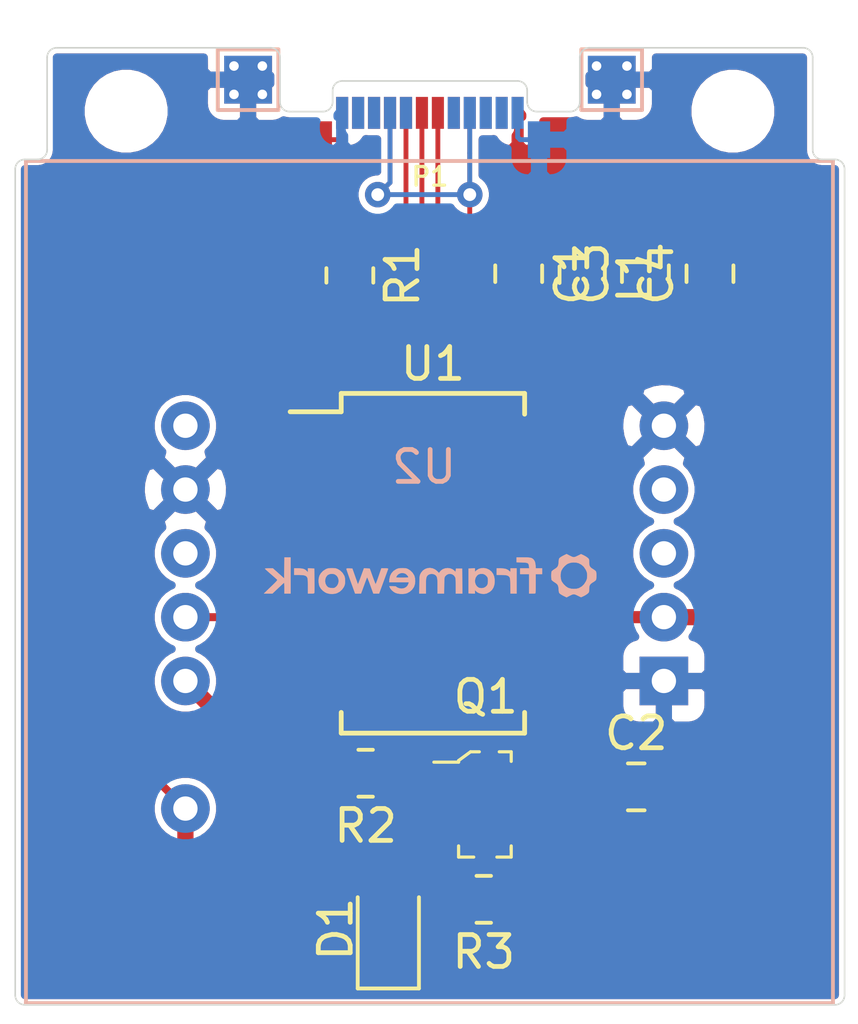
<source format=kicad_pcb>
(kicad_pcb (version 20171130) (host pcbnew "(5.1.10)-1")

  (general
    (thickness 0.8)
    (drawings 25)
    (tracks 89)
    (zones 0)
    (modules 20)
    (nets 33)
  )

  (page A4)
  (title_block
    (title "Expansion Card Template")
    (rev X1)
    (company Framework)
    (comment 1 "This work is licensed under a Creative Commons Attribution 4.0 International License")
    (comment 4 https://frame.work)
  )

  (layers
    (0 F.Cu signal)
    (31 B.Cu signal)
    (32 B.Adhes user)
    (33 F.Adhes user)
    (34 B.Paste user)
    (35 F.Paste user)
    (36 B.SilkS user)
    (37 F.SilkS user)
    (38 B.Mask user)
    (39 F.Mask user)
    (40 Dwgs.User user)
    (41 Cmts.User user)
    (42 Eco1.User user hide)
    (43 Eco2.User user)
    (44 Edge.Cuts user)
    (45 Margin user)
    (46 B.CrtYd user)
    (47 F.CrtYd user)
    (48 B.Fab user hide)
    (49 F.Fab user hide)
  )

  (setup
    (last_trace_width 0.25)
    (user_trace_width 0.1524)
    (user_trace_width 0.254)
    (user_trace_width 0.381)
    (user_trace_width 0.508)
    (user_trace_width 0.8128)
    (trace_clearance 0.2)
    (zone_clearance 0.1524)
    (zone_45_only no)
    (trace_min 0.1524)
    (via_size 0.8)
    (via_drill 0.4)
    (via_min_size 0.5)
    (via_min_drill 0.3)
    (user_via 0.5 0.3)
    (uvia_size 0.3)
    (uvia_drill 0.1)
    (uvias_allowed no)
    (uvia_min_size 0.2)
    (uvia_min_drill 0.1)
    (edge_width 0.05)
    (segment_width 0.2)
    (pcb_text_width 0.3)
    (pcb_text_size 1.5 1.5)
    (mod_edge_width 0.1016)
    (mod_text_size 0.5842 0.5842)
    (mod_text_width 0.1016)
    (pad_size 1.5 1.5)
    (pad_drill 0)
    (pad_to_mask_clearance 0)
    (aux_axis_origin 0 0)
    (visible_elements 7FFFFFFF)
    (pcbplotparams
      (layerselection 0x01000_7ffffffe)
      (usegerberextensions false)
      (usegerberattributes true)
      (usegerberadvancedattributes true)
      (creategerberjobfile true)
      (excludeedgelayer true)
      (linewidth 0.100000)
      (plotframeref false)
      (viasonmask false)
      (mode 1)
      (useauxorigin false)
      (hpglpennumber 1)
      (hpglpenspeed 20)
      (hpglpendiameter 15.000000)
      (psnegative false)
      (psa4output false)
      (plotreference true)
      (plotvalue true)
      (plotinvisibletext false)
      (padsonsilk false)
      (subtractmaskfromsilk false)
      (outputformat 3)
      (mirror false)
      (drillshape 0)
      (scaleselection 1)
      (outputdirectory ""))
  )

  (net 0 "")
  (net 1 GND)
  (net 2 VBUS)
  (net 3 "Net-(P1-PadA5)")
  (net 4 "Net-(C2-Pad1)")
  (net 5 VCC)
  (net 6 "Net-(D1-Pad2)")
  (net 7 /USB_DP)
  (net 8 /USB_DN)
  (net 9 "Net-(P1-PadB5)")
  (net 10 "Net-(Q1-Pad1)")
  (net 11 /LED)
  (net 12 "Net-(U1-Pad1)")
  (net 13 "Net-(U1-Pad2)")
  (net 14 "Net-(U1-Pad3)")
  (net 15 /TX_O)
  (net 16 "Net-(U1-Pad6)")
  (net 17 "Net-(U1-Pad9)")
  (net 18 "Net-(U1-Pad10)")
  (net 19 "Net-(U1-Pad11)")
  (net 20 "Net-(U1-Pad12)")
  (net 21 "Net-(U1-Pad13)")
  (net 22 "Net-(U1-Pad14)")
  (net 23 "Net-(U1-Pad19)")
  (net 24 "Net-(U1-Pad22)")
  (net 25 "Net-(U1-Pad23)")
  (net 26 "Net-(U1-Pad27)")
  (net 27 "Net-(U1-Pad28)")
  (net 28 "Net-(U2-Pad3)")
  (net 29 "Net-(U2-Pad4)")
  (net 30 "Net-(U2-Pad6)")
  (net 31 "Net-(U2-Pad8)")
  (net 32 "Net-(Q1-Pad3)")

  (net_class Default "This is the default net class."
    (clearance 0.2)
    (trace_width 0.25)
    (via_dia 0.8)
    (via_drill 0.4)
    (uvia_dia 0.3)
    (uvia_drill 0.1)
    (add_net /LED)
    (add_net /TX_O)
    (add_net /USB_DN)
    (add_net /USB_DP)
    (add_net GND)
    (add_net "Net-(C2-Pad1)")
    (add_net "Net-(D1-Pad2)")
    (add_net "Net-(P1-PadA5)")
    (add_net "Net-(P1-PadB5)")
    (add_net "Net-(Q1-Pad1)")
    (add_net "Net-(Q1-Pad3)")
    (add_net "Net-(U1-Pad1)")
    (add_net "Net-(U1-Pad10)")
    (add_net "Net-(U1-Pad11)")
    (add_net "Net-(U1-Pad12)")
    (add_net "Net-(U1-Pad13)")
    (add_net "Net-(U1-Pad14)")
    (add_net "Net-(U1-Pad19)")
    (add_net "Net-(U1-Pad2)")
    (add_net "Net-(U1-Pad22)")
    (add_net "Net-(U1-Pad23)")
    (add_net "Net-(U1-Pad27)")
    (add_net "Net-(U1-Pad28)")
    (add_net "Net-(U1-Pad3)")
    (add_net "Net-(U1-Pad6)")
    (add_net "Net-(U1-Pad9)")
    (add_net "Net-(U2-Pad3)")
    (add_net "Net-(U2-Pad4)")
    (add_net "Net-(U2-Pad6)")
    (add_net "Net-(U2-Pad8)")
    (add_net VBUS)
    (add_net VCC)
  )

  (module Expansion_Card:Framework-Logo_1.5mm_SilkScreen (layer B.Cu) (tedit 0) (tstamp 61004AE7)
    (at 140.01242 143.5481 180)
    (fp_text reference G*** (at 0 0) (layer B.SilkS) hide
      (effects (font (size 1.524 1.524) (thickness 0.3)) (justify mirror))
    )
    (fp_text value LOGO (at 0.75 0) (layer B.SilkS) hide
      (effects (font (size 1.524 1.524) (thickness 0.3)) (justify mirror))
    )
    (fp_poly (pts (xy -4.190739 0.637463) (xy -4.143003 0.61263) (xy -4.099116 0.586761) (xy -4.070509 0.566905)
      (xy -4.051901 0.550029) (xy -4.040046 0.531919) (xy -4.032831 0.50602) (xy -4.028142 0.465773)
      (xy -4.025307 0.426704) (xy -4.018321 0.35863) (xy -4.005181 0.308874) (xy -3.981767 0.270436)
      (xy -3.943954 0.236316) (xy -3.893692 0.2032) (xy -3.854043 0.176623) (xy -3.822482 0.15116)
      (xy -3.80697 0.133871) (xy -3.799807 0.107358) (xy -3.795312 0.063516) (xy -3.793484 0.010273)
      (xy -3.794322 -0.044441) (xy -3.797829 -0.092695) (xy -3.804002 -0.12656) (xy -3.80697 -0.13387)
      (xy -3.824705 -0.153168) (xy -3.857256 -0.17896) (xy -3.893692 -0.2032) (xy -3.948147 -0.239462)
      (xy -3.984462 -0.273687) (xy -4.006758 -0.312875) (xy -4.019158 -0.364025) (xy -4.025307 -0.426703)
      (xy -4.029486 -0.480505) (xy -4.034748 -0.515486) (xy -4.043207 -0.538201) (xy -4.056978 -0.555208)
      (xy -4.070509 -0.566904) (xy -4.101798 -0.588447) (xy -4.14627 -0.614433) (xy -4.190739 -0.637462)
      (xy -4.273027 -0.677178) (xy -4.362189 -0.630968) (xy -4.420227 -0.601779) (xy -4.463312 -0.584481)
      (xy -4.498791 -0.578812) (xy -4.534013 -0.584504) (xy -4.576325 -0.601294) (xy -4.618573 -0.621722)
      (xy -4.664576 -0.644294) (xy -4.701108 -0.661812) (xy -4.722859 -0.671752) (xy -4.726523 -0.673089)
      (xy -4.739247 -0.668073) (xy -4.768529 -0.654936) (xy -4.807836 -0.636611) (xy -4.856957 -0.610351)
      (xy -4.904252 -0.58016) (xy -4.931661 -0.559106) (xy -4.9553 -0.537307) (xy -4.969224 -0.518388)
      (xy -4.97601 -0.494748) (xy -4.978231 -0.458787) (xy -4.978448 -0.420959) (xy -4.982044 -0.352126)
      (xy -4.995376 -0.301137) (xy -5.022381 -0.261106) (xy -5.066993 -0.22515) (xy -5.102921 -0.2032)
      (xy -5.143997 -0.17664) (xy -5.176695 -0.150054) (xy -5.193687 -0.129577) (xy -5.20009 -0.10309)
      (xy -5.204808 -0.059835) (xy -5.206955 -0.008431) (xy -5.207 0) (xy -5.207 0.000001)
      (xy -4.920916 0.000001) (xy -4.919221 -0.056415) (xy -4.912241 -0.099904) (xy -4.897138 -0.142822)
      (xy -4.879342 -0.180912) (xy -4.823357 -0.268734) (xy -4.751552 -0.339066) (xy -4.666949 -0.389026)
      (xy -4.656372 -0.3934) (xy -4.58306 -0.412134) (xy -4.498894 -0.417447) (xy -4.41366 -0.409776)
      (xy -4.337141 -0.389554) (xy -4.311141 -0.378036) (xy -4.243647 -0.332679) (xy -4.180096 -0.270861)
      (xy -4.128658 -0.20117) (xy -4.110618 -0.167331) (xy -4.091053 -0.103283) (xy -4.082217 -0.026122)
      (xy -4.084112 0.054244) (xy -4.096736 0.127907) (xy -4.110618 0.167332) (xy -4.153268 0.237703)
      (xy -4.211928 0.304313) (xy -4.278446 0.3586) (xy -4.311141 0.377955) (xy -4.388072 0.405454)
      (xy -4.476191 0.417834) (xy -4.565936 0.41463) (xy -4.647745 0.395373) (xy -4.650069 0.394508)
      (xy -4.738997 0.347702) (xy -4.813754 0.280331) (xy -4.8727 0.193922) (xy -4.879342 0.180913)
      (xy -4.902172 0.130605) (xy -4.914805 0.088749) (xy -4.92008 0.042991) (xy -4.920916 0.000001)
      (xy -5.207 0.000001) (xy -5.205349 0.051909) (xy -5.200984 0.097053) (xy -5.194792 0.126812)
      (xy -5.193687 0.129578) (xy -5.176202 0.150518) (xy -5.143281 0.177157) (xy -5.102921 0.2032)
      (xy -5.046153 0.23997) (xy -5.009301 0.276777) (xy -4.988428 0.320505) (xy -4.979601 0.37804)
      (xy -4.978448 0.42096) (xy -4.977926 0.4705) (xy -4.974692 0.50225) (xy -4.966161 0.523819)
      (xy -4.949742 0.542816) (xy -4.931377 0.559356) (xy -4.893988 0.587139) (xy -4.845018 0.61705)
      (xy -4.805078 0.637741) (xy -4.725803 0.674838) (xy -4.620327 0.622592) (xy -4.566788 0.59703)
      (xy -4.526308 0.582451) (xy -4.491495 0.579096) (xy -4.454958 0.587203) (xy -4.409308 0.607014)
      (xy -4.362189 0.630969) (xy -4.273027 0.677179) (xy -4.190739 0.637463)) (layer B.SilkS) (width 0.01))
    (fp_poly (pts (xy -1.597846 0.233709) (xy -1.519731 0.210922) (xy -1.451462 0.168515) (xy -1.441176 0.159314)
      (xy -1.397 0.117651) (xy -1.397 0.229669) (xy -1.298575 0.22596) (xy -1.20015 0.22225)
      (xy -1.20015 -0.55245) (xy -1.397 -0.559868) (xy -1.397 -0.441074) (xy -1.423601 -0.474891)
      (xy -1.469493 -0.515092) (xy -1.532192 -0.545388) (xy -1.604482 -0.564128) (xy -1.679147 -0.569662)
      (xy -1.748972 -0.560337) (xy -1.769077 -0.55396) (xy -1.85831 -0.508915) (xy -1.927972 -0.447769)
      (xy -1.977891 -0.370819) (xy -2.007894 -0.278362) (xy -2.017807 -0.170694) (xy -2.017668 -0.166355)
      (xy -1.80975 -0.166355) (xy -1.806264 -0.233088) (xy -1.79351 -0.282292) (xy -1.768047 -0.321158)
      (xy -1.726433 -0.356879) (xy -1.71463 -0.365125) (xy -1.664274 -0.386499) (xy -1.603503 -0.393856)
      (xy -1.543422 -0.386676) (xy -1.511326 -0.374663) (xy -1.458959 -0.334153) (xy -1.4217 -0.277855)
      (xy -1.40107 -0.211438) (xy -1.398586 -0.140571) (xy -1.415769 -0.070925) (xy -1.424762 -0.051543)
      (xy -1.463706 0.00591) (xy -1.511369 0.041633) (xy -1.572531 0.058987) (xy -1.583742 0.060269)
      (xy -1.657738 0.056637) (xy -1.720494 0.030269) (xy -1.772505 -0.019045) (xy -1.773151 -0.019888)
      (xy -1.792076 -0.047254) (xy -1.803082 -0.073108) (xy -1.808266 -0.105834) (xy -1.809722 -0.15382)
      (xy -1.80975 -0.166355) (xy -2.017668 -0.166355) (xy -2.016468 -0.128949) (xy -2.001906 -0.031248)
      (xy -1.970011 0.051034) (xy -1.918796 0.122718) (xy -1.908127 0.134092) (xy -1.840948 0.187067)
      (xy -1.763487 0.221509) (xy -1.680775 0.237147) (xy -1.597846 0.233709)) (layer B.SilkS) (width 0.01))
    (fp_poly (pts (xy 0.936802 0.234024) (xy 0.980427 0.230318) (xy 1.015666 0.222213) (xy 1.05101 0.208151)
      (xy 1.069106 0.199516) (xy 1.151702 0.145859) (xy 1.214869 0.076229) (xy 1.257599 -0.007858)
      (xy 1.278883 -0.104886) (xy 1.279959 -0.117475) (xy 1.286112 -0.2032) (xy 0.670346 -0.2032)
      (xy 0.679063 -0.238125) (xy 0.708119 -0.306764) (xy 0.755428 -0.359094) (xy 0.818165 -0.392978)
      (xy 0.893505 -0.406283) (xy 0.9017 -0.4064) (xy 0.950067 -0.401064) (xy 1.000074 -0.387166)
      (xy 1.043153 -0.367873) (xy 1.070739 -0.346348) (xy 1.073037 -0.343081) (xy 1.088674 -0.337014)
      (xy 1.122993 -0.332484) (xy 1.169287 -0.33029) (xy 1.181188 -0.3302) (xy 1.281378 -0.3302)
      (xy 1.268233 -0.367907) (xy 1.243126 -0.412606) (xy 1.201004 -0.459924) (xy 1.148553 -0.503356)
      (xy 1.097475 -0.534021) (xy 1.033662 -0.555445) (xy 0.955392 -0.567559) (xy 0.871951 -0.570067)
      (xy 0.792629 -0.562675) (xy 0.728428 -0.545773) (xy 0.646637 -0.500851) (xy 0.574885 -0.437158)
      (xy 0.519979 -0.360977) (xy 0.512341 -0.346282) (xy 0.48641 -0.269384) (xy 0.475459 -0.181483)
      (xy 0.479654 -0.092172) (xy 0.490895 -0.045424) (xy 0.6858 -0.045424) (xy 0.689874 -0.05246)
      (xy 0.704336 -0.057469) (xy 0.732545 -0.06076) (xy 0.777861 -0.062642) (xy 0.843644 -0.063424)
      (xy 0.882251 -0.0635) (xy 0.956781 -0.063304) (xy 1.00943 -0.06244) (xy 1.043715 -0.060493)
      (xy 1.063154 -0.057048) (xy 1.071263 -0.05169) (xy 1.07156 -0.044005) (xy 1.070684 -0.041275)
      (xy 1.037774 0.015214) (xy 0.988238 0.056943) (xy 0.927557 0.08166) (xy 0.861213 0.087115)
      (xy 0.795924 0.071577) (xy 0.761907 0.05111) (xy 0.727887 0.020993) (xy 0.700518 -0.011704)
      (xy 0.686456 -0.03991) (xy 0.6858 -0.045424) (xy 0.490895 -0.045424) (xy 0.499162 -0.011044)
      (xy 0.506234 0.00635) (xy 0.555707 0.087248) (xy 0.624799 0.156644) (xy 0.69215 0.201062)
      (xy 0.725983 0.217428) (xy 0.757602 0.227517) (xy 0.794985 0.232793) (xy 0.846108 0.234722)
      (xy 0.8763 0.234889) (xy 0.936802 0.234024)) (layer B.SilkS) (width 0.01))
    (fp_poly (pts (xy 3.146666 0.234048) (xy 3.19035 0.230302) (xy 3.22564 0.222157) (xy 3.261021 0.208057)
      (xy 3.278638 0.199647) (xy 3.360537 0.14586) (xy 3.428529 0.073705) (xy 3.471581 0.001555)
      (xy 3.491693 -0.064662) (xy 3.500013 -0.143867) (xy 3.496633 -0.226598) (xy 3.481644 -0.303392)
      (xy 3.468293 -0.340098) (xy 3.425587 -0.408981) (xy 3.364666 -0.471967) (xy 3.292704 -0.522494)
      (xy 3.243759 -0.545417) (xy 3.161408 -0.565691) (xy 3.070266 -0.570888) (xy 2.981156 -0.561019)
      (xy 2.925528 -0.545055) (xy 2.844649 -0.501373) (xy 2.773251 -0.438549) (xy 2.717953 -0.362678)
      (xy 2.708988 -0.345623) (xy 2.690481 -0.304082) (xy 2.679681 -0.266605) (xy 2.674656 -0.223369)
      (xy 2.674085 -0.195172) (xy 2.873474 -0.195172) (xy 2.889967 -0.260182) (xy 2.92278 -0.318278)
      (xy 2.971541 -0.364532) (xy 3.0099 -0.385214) (xy 3.046142 -0.391652) (xy 3.095532 -0.390346)
      (xy 3.147495 -0.382634) (xy 3.191457 -0.369849) (xy 3.210095 -0.359933) (xy 3.257254 -0.310575)
      (xy 3.287241 -0.248938) (xy 3.300025 -0.180691) (xy 3.295574 -0.111503) (xy 3.273858 -0.047044)
      (xy 3.234844 0.007016) (xy 3.212235 0.026016) (xy 3.155047 0.05258) (xy 3.08841 0.061788)
      (xy 3.021767 0.053261) (xy 2.97815 0.035399) (xy 2.925639 -0.007964) (xy 2.890938 -0.064133)
      (xy 2.873674 -0.128179) (xy 2.873474 -0.195172) (xy 2.674085 -0.195172) (xy 2.673474 -0.1651)
      (xy 2.67554 -0.099816) (xy 2.682529 -0.050817) (xy 2.695885 -0.009224) (xy 2.700618 0.001555)
      (xy 2.752389 0.085005) (xy 2.822716 0.154861) (xy 2.893561 0.199647) (xy 2.931639 0.216831)
      (xy 2.965925 0.227382) (xy 3.004904 0.232855) (xy 3.057064 0.234807) (xy 3.0861 0.23495)
      (xy 3.146666 0.234048)) (layer B.SilkS) (width 0.01))
    (fp_poly (pts (xy -2.7051 0.421119) (xy -2.869884 0.416935) (xy -2.94887 0.413867) (xy -3.006197 0.407926)
      (xy -3.04559 0.397072) (xy -3.070776 0.379262) (xy -3.085482 0.352456) (xy -3.093434 0.314611)
      (xy -3.095829 0.29316) (xy -3.102032 0.2286) (xy -2.8194 0.2286) (xy -2.8194 0.0508)
      (xy -3.0988 0.0508) (xy -3.0988 -0.5588) (xy -3.191934 -0.5588) (xy -3.238391 -0.557719)
      (xy -3.274384 -0.554872) (xy -3.292853 -0.550844) (xy -3.293534 -0.550333) (xy -3.295933 -0.535745)
      (xy -3.298068 -0.499413) (xy -3.299838 -0.444992) (xy -3.30114 -0.376137) (xy -3.301875 -0.296503)
      (xy -3.302 -0.245533) (xy -3.302 0.0508) (xy -3.5052 0.0508) (xy -3.5052 0.2286)
      (xy -3.305667 0.2286) (xy -3.298575 0.322371) (xy -3.288801 0.39701) (xy -3.270839 0.453296)
      (xy -3.242232 0.497621) (xy -3.223832 0.51668) (xy -3.19997 0.536023) (xy -3.173139 0.5503)
      (xy -3.139198 0.560244) (xy -3.094003 0.566587) (xy -3.033415 0.570061) (xy -2.95329 0.571399)
      (xy -2.913824 0.5715) (xy -2.7051 0.5715) (xy -2.7051 0.421119)) (layer B.SilkS) (width 0.01))
    (fp_poly (pts (xy -2.5146 0.112321) (xy -2.463057 0.15644) (xy -2.416531 0.189073) (xy -2.363198 0.21097)
      (xy -2.297526 0.223601) (xy -2.213985 0.228437) (xy -2.191477 0.2286) (xy -2.0828 0.2286)
      (xy -2.0828 0.0254) (xy -2.229258 0.025401) (xy -2.313731 0.023465) (xy -2.377166 0.016891)
      (xy -2.423685 0.004529) (xy -2.457411 -0.014772) (xy -2.482464 -0.042162) (xy -2.485038 -0.045977)
      (xy -2.493418 -0.061794) (xy -2.499735 -0.082712) (xy -2.504378 -0.112583) (xy -2.507732 -0.155257)
      (xy -2.510186 -0.214586) (xy -2.512127 -0.29442) (xy -2.512615 -0.320088) (xy -2.51698 -0.5588)
      (xy -2.7051 -0.5588) (xy -2.7051 0.2286) (xy -2.5146 0.2286) (xy -2.5146 0.112321)) (layer B.SilkS) (width 0.01))
    (fp_poly (pts (xy 0.089904 0.233118) (xy 0.164976 0.205782) (xy 0.231438 0.159328) (xy 0.285261 0.094333)
      (xy 0.301311 0.065407) (xy 0.312877 0.04116) (xy 0.321647 0.01917) (xy 0.328075 -0.004545)
      (xy 0.332612 -0.033967) (xy 0.33571 -0.073081) (xy 0.33782 -0.125867) (xy 0.339395 -0.19631)
      (xy 0.340798 -0.282575) (xy 0.345047 -0.5588) (xy 0.1397 -0.5588) (xy 0.13968 -0.320675)
      (xy 0.139059 -0.22503) (xy 0.136648 -0.151043) (xy 0.131596 -0.094989) (xy 0.123052 -0.053144)
      (xy 0.110166 -0.021781) (xy 0.092086 0.002822) (xy 0.067962 0.024392) (xy 0.059393 0.030848)
      (xy 0.013543 0.051182) (xy -0.043218 0.058148) (xy -0.100203 0.051744) (xy -0.146727 0.031972)
      (xy -0.148294 0.030848) (xy -0.174403 0.009462) (xy -0.194212 -0.013838) (xy -0.208572 -0.042775)
      (xy -0.218333 -0.081074) (xy -0.224346 -0.132462) (xy -0.227462 -0.200661) (xy -0.228532 -0.289398)
      (xy -0.228581 -0.320675) (xy -0.2286 -0.5588) (xy -0.429894 -0.5588) (xy -0.434022 -0.305694)
      (xy -0.435629 -0.218479) (xy -0.437477 -0.152885) (xy -0.439962 -0.105137) (xy -0.443484 -0.071457)
      (xy -0.44844 -0.048068) (xy -0.455227 -0.031193) (xy -0.464244 -0.017055) (xy -0.464453 -0.016769)
      (xy -0.511847 0.029032) (xy -0.568193 0.05459) (xy -0.628206 0.060279) (xy -0.686601 0.046475)
      (xy -0.738094 0.013552) (xy -0.7774 -0.038115) (xy -0.777856 -0.039002) (xy -0.785893 -0.058253)
      (xy -0.791778 -0.082502) (xy -0.795824 -0.115736) (xy -0.798346 -0.161939) (xy -0.799659 -0.225096)
      (xy -0.800076 -0.309193) (xy -0.800081 -0.320675) (xy -0.8001 -0.5588) (xy -1.003668 -0.5588)
      (xy -0.99695 0.22225) (xy -0.80645 0.22225) (xy -0.8001 0.167415) (xy -0.79375 0.112579)
      (xy -0.75026 0.157605) (xy -0.690831 0.202115) (xy -0.620048 0.228439) (xy -0.543472 0.236955)
      (xy -0.466665 0.228042) (xy -0.39519 0.20208) (xy -0.334609 0.159447) (xy -0.306765 0.127385)
      (xy -0.27346 0.080606) (xy -0.215905 0.139696) (xy -0.146682 0.194623) (xy -0.069954 0.228117)
      (xy 0.010252 0.240755) (xy 0.089904 0.233118)) (layer B.SilkS) (width 0.01))
    (fp_poly (pts (xy 2.172294 -0.027035) (xy 2.199777 -0.101629) (xy 2.22448 -0.166627) (xy 2.245104 -0.218777)
      (xy 2.260349 -0.254827) (xy 2.268915 -0.271526) (xy 2.270193 -0.272029) (xy 2.275668 -0.256966)
      (xy 2.288217 -0.22175) (xy 2.306489 -0.170187) (xy 2.329136 -0.106088) (xy 2.354808 -0.033261)
      (xy 2.359811 -0.01905) (xy 2.44475 0.22225) (xy 2.536825 0.225982) (xy 2.587671 0.226759)
      (xy 2.616985 0.223668) (xy 2.628409 0.21621) (xy 2.6289 0.2134) (xy 2.624719 0.197833)
      (xy 2.612873 0.161409) (xy 2.5944 0.107134) (xy 2.570343 0.03801) (xy 2.541743 -0.042957)
      (xy 2.509639 -0.132763) (xy 2.492375 -0.180662) (xy 2.35585 -0.558409) (xy 2.264687 -0.558604)
      (xy 2.173524 -0.5588) (xy 2.148804 -0.492125) (xy 2.135529 -0.456098) (xy 2.115874 -0.402484)
      (xy 2.09214 -0.337567) (xy 2.066626 -0.267631) (xy 2.057034 -0.2413) (xy 2.033319 -0.177022)
      (xy 2.012132 -0.12119) (xy 1.995182 -0.078184) (xy 1.984176 -0.052383) (xy 1.981329 -0.047172)
      (xy 1.974727 -0.055588) (xy 1.961058 -0.084707) (xy 1.941663 -0.131263) (xy 1.917879 -0.191989)
      (xy 1.891045 -0.26362) (xy 1.878528 -0.297997) (xy 1.784381 -0.5588) (xy 1.695465 -0.558704)
      (xy 1.60655 -0.558608) (xy 1.467678 -0.180879) (xy 1.433477 -0.087813) (xy 1.401998 -0.002078)
      (xy 1.374339 0.073329) (xy 1.351597 0.135414) (xy 1.33487 0.181181) (xy 1.325255 0.207635)
      (xy 1.323444 0.212725) (xy 1.327532 0.220879) (xy 1.348616 0.225888) (xy 1.389901 0.228248)
      (xy 1.425757 0.2286) (xy 1.533431 0.2286) (xy 1.620422 -0.025133) (xy 1.64653 -0.099696)
      (xy 1.67035 -0.164726) (xy 1.690568 -0.216875) (xy 1.705868 -0.252795) (xy 1.714937 -0.26914)
      (xy 1.716404 -0.269608) (xy 1.723291 -0.255334) (xy 1.737282 -0.22089) (xy 1.756932 -0.170025)
      (xy 1.780797 -0.106489) (xy 1.807435 -0.034031) (xy 1.812878 -0.01905) (xy 1.90036 0.22225)
      (xy 2.079074 0.229638) (xy 2.172294 -0.027035)) (layer B.SilkS) (width 0.01))
    (fp_poly (pts (xy 3.8354 0.104589) (xy 3.883311 0.1525) (xy 3.921787 0.184852) (xy 3.964966 0.207057)
      (xy 4.01831 0.220675) (xy 4.087283 0.227263) (xy 4.149725 0.22853) (xy 4.2672 0.2286)
      (xy 4.2672 0.0254) (xy 4.121407 0.0254) (xy 4.033133 0.0232) (xy 3.9664 0.015869)
      (xy 3.917674 0.002315) (xy 3.883418 -0.018557) (xy 3.860096 -0.047841) (xy 3.855428 -0.056881)
      (xy 3.847849 -0.078057) (xy 3.842348 -0.107415) (xy 3.838645 -0.148788) (xy 3.836457 -0.206006)
      (xy 3.835503 -0.282902) (xy 3.8354 -0.328944) (xy 3.8354 -0.5588) (xy 3.739751 -0.5588)
      (xy 3.6823 -0.556826) (xy 3.648646 -0.55077) (xy 3.637954 -0.542778) (xy 3.636505 -0.526421)
      (xy 3.635404 -0.487978) (xy 3.634674 -0.430761) (xy 3.634339 -0.358081) (xy 3.634423 -0.27325)
      (xy 3.634948 -0.17958) (xy 3.635178 -0.152253) (xy 3.63855 0.22225) (xy 3.736975 0.22596)
      (xy 3.8354 0.229669) (xy 3.8354 0.104589)) (layer B.SilkS) (width 0.01))
    (fp_poly (pts (xy 4.574964 0.240748) (xy 4.57835 -0.090005) (xy 4.75615 0.068762) (xy 4.93395 0.22753)
      (xy 5.057775 0.228065) (xy 5.110245 0.227387) (xy 5.151521 0.225128) (xy 5.176206 0.221682)
      (xy 5.180808 0.219075) (xy 5.171378 0.208194) (xy 5.145591 0.183562) (xy 5.106431 0.147894)
      (xy 5.056883 0.103904) (xy 4.999929 0.054308) (xy 4.995862 0.0508) (xy 4.937392 0.000155)
      (xy 4.884979 -0.045702) (xy 4.841906 -0.083858) (xy 4.811458 -0.111405) (xy 4.796921 -0.125431)
      (xy 4.796763 -0.125615) (xy 4.794983 -0.134347) (xy 4.801812 -0.148918) (xy 4.819043 -0.171339)
      (xy 4.848473 -0.20362) (xy 4.891895 -0.247774) (xy 4.951104 -0.305811) (xy 4.997584 -0.350661)
      (xy 5.21335 -0.558042) (xy 4.950136 -0.5588) (xy 4.769079 -0.38735) (xy 4.71304 -0.334653)
      (xy 4.663233 -0.288517) (xy 4.62259 -0.251599) (xy 4.594043 -0.22656) (xy 4.580524 -0.216059)
      (xy 4.58001 -0.2159) (xy 4.577082 -0.227828) (xy 4.574634 -0.260527) (xy 4.572882 -0.309371)
      (xy 4.572042 -0.369732) (xy 4.572 -0.38735) (xy 4.572 -0.5588) (xy 4.3815 -0.5588)
      (xy 4.3815 0.5715) (xy 4.571578 0.5715) (xy 4.574964 0.240748)) (layer B.SilkS) (width 0.01))
  )

  (module TestPoint:TestPoint_Pad_1.5x1.5mm (layer B.Cu) (tedit 5A0F774F) (tstamp 606A774E)
    (at 145.7 128)
    (descr "SMD rectangular pad as test Point, square 1.5mm side length")
    (tags "test point SMD pad rectangle square")
    (path /606A8E98)
    (attr virtual)
    (fp_text reference TP4 (at -0.031 -1.635) (layer B.SilkS) hide
      (effects (font (size 0.5842 0.5842) (thickness 0.1016)) (justify mirror))
    )
    (fp_text value TestPoint (at 0 -1.75) (layer B.Fab)
      (effects (font (size 1 1) (thickness 0.15)) (justify mirror))
    )
    (fp_line (start 1.25 -1.25) (end -1.25 -1.25) (layer B.CrtYd) (width 0.05))
    (fp_line (start 1.25 -1.25) (end 1.25 1.25) (layer B.CrtYd) (width 0.05))
    (fp_line (start -1.25 1.25) (end -1.25 -1.25) (layer B.CrtYd) (width 0.05))
    (fp_line (start -1.25 1.25) (end 1.25 1.25) (layer B.CrtYd) (width 0.05))
    (fp_line (start -0.95 -0.95) (end -0.95 0.95) (layer B.SilkS) (width 0.12))
    (fp_line (start 0.95 -0.95) (end -0.95 -0.95) (layer B.SilkS) (width 0.12))
    (fp_line (start 0.95 0.95) (end 0.95 -0.95) (layer B.SilkS) (width 0.12))
    (fp_line (start -0.95 0.95) (end 0.95 0.95) (layer B.SilkS) (width 0.12))
    (fp_text user %R (at 0 1.65) (layer B.Fab)
      (effects (font (size 1 1) (thickness 0.15)) (justify mirror))
    )
    (pad 1 smd rect (at 0 0) (size 1.5 1.5) (layers B.Cu B.Mask)
      (net 1 GND))
  )

  (module TestPoint:TestPoint_Pad_1.5x1.5mm (layer F.Cu) (tedit 5A0F774F) (tstamp 606A7740)
    (at 145.7 128)
    (descr "SMD rectangular pad as test Point, square 1.5mm side length")
    (tags "test point SMD pad rectangle square")
    (path /606A8C9B)
    (attr virtual)
    (fp_text reference TP3 (at 0 -1.648) (layer F.SilkS) hide
      (effects (font (size 0.5842 0.5842) (thickness 0.1016)))
    )
    (fp_text value TestPoint (at 0 1.75) (layer F.Fab)
      (effects (font (size 1 1) (thickness 0.15)))
    )
    (fp_line (start 1.25 1.25) (end -1.25 1.25) (layer F.CrtYd) (width 0.05))
    (fp_line (start 1.25 1.25) (end 1.25 -1.25) (layer F.CrtYd) (width 0.05))
    (fp_line (start -1.25 -1.25) (end -1.25 1.25) (layer F.CrtYd) (width 0.05))
    (fp_line (start -1.25 -1.25) (end 1.25 -1.25) (layer F.CrtYd) (width 0.05))
    (fp_line (start -0.95 0.95) (end -0.95 -0.95) (layer F.SilkS) (width 0.12))
    (fp_line (start 0.95 0.95) (end -0.95 0.95) (layer F.SilkS) (width 0.12))
    (fp_line (start 0.95 -0.95) (end 0.95 0.95) (layer F.SilkS) (width 0.12))
    (fp_line (start -0.95 -0.95) (end 0.95 -0.95) (layer F.SilkS) (width 0.12))
    (fp_text user %R (at 0 -1.65) (layer F.Fab)
      (effects (font (size 1 1) (thickness 0.15)))
    )
    (pad 1 smd rect (at 0 0) (size 1.5 1.5) (layers F.Cu F.Mask)
      (net 1 GND))
  )

  (module TestPoint:TestPoint_Pad_1.5x1.5mm (layer B.Cu) (tedit 5A0F774F) (tstamp 606A7732)
    (at 134.3 128)
    (descr "SMD rectangular pad as test Point, square 1.5mm side length")
    (tags "test point SMD pad rectangle square")
    (path /606A78C1)
    (attr virtual)
    (fp_text reference TP2 (at 0.0025 -1.635) (layer B.SilkS) hide
      (effects (font (size 0.5842 0.5842) (thickness 0.1016)) (justify mirror))
    )
    (fp_text value TestPoint (at 0 -1.75) (layer B.Fab)
      (effects (font (size 1 1) (thickness 0.15)) (justify mirror))
    )
    (fp_line (start 1.25 -1.25) (end -1.25 -1.25) (layer B.CrtYd) (width 0.05))
    (fp_line (start 1.25 -1.25) (end 1.25 1.25) (layer B.CrtYd) (width 0.05))
    (fp_line (start -1.25 1.25) (end -1.25 -1.25) (layer B.CrtYd) (width 0.05))
    (fp_line (start -1.25 1.25) (end 1.25 1.25) (layer B.CrtYd) (width 0.05))
    (fp_line (start -0.95 -0.95) (end -0.95 0.95) (layer B.SilkS) (width 0.12))
    (fp_line (start 0.95 -0.95) (end -0.95 -0.95) (layer B.SilkS) (width 0.12))
    (fp_line (start 0.95 0.95) (end 0.95 -0.95) (layer B.SilkS) (width 0.12))
    (fp_line (start -0.95 0.95) (end 0.95 0.95) (layer B.SilkS) (width 0.12))
    (fp_text user %R (at 0 1.65) (layer B.Fab)
      (effects (font (size 1 1) (thickness 0.15)) (justify mirror))
    )
    (pad 1 smd rect (at 0 0) (size 1.5 1.5) (layers B.Cu B.Mask)
      (net 1 GND))
  )

  (module TestPoint:TestPoint_Pad_1.5x1.5mm (layer F.Cu) (tedit 5A0F774F) (tstamp 606A7724)
    (at 134.3 128)
    (descr "SMD rectangular pad as test Point, square 1.5mm side length")
    (tags "test point SMD pad rectangle square")
    (path /606A89A3)
    (attr virtual)
    (fp_text reference TP1 (at 0 -1.648) (layer F.SilkS) hide
      (effects (font (size 0.5842 0.5842) (thickness 0.1016)))
    )
    (fp_text value TestPoint (at 0 1.75) (layer F.Fab)
      (effects (font (size 1 1) (thickness 0.15)))
    )
    (fp_line (start 1.25 1.25) (end -1.25 1.25) (layer F.CrtYd) (width 0.05))
    (fp_line (start 1.25 1.25) (end 1.25 -1.25) (layer F.CrtYd) (width 0.05))
    (fp_line (start -1.25 -1.25) (end -1.25 1.25) (layer F.CrtYd) (width 0.05))
    (fp_line (start -1.25 -1.25) (end 1.25 -1.25) (layer F.CrtYd) (width 0.05))
    (fp_line (start -0.95 0.95) (end -0.95 -0.95) (layer F.SilkS) (width 0.12))
    (fp_line (start 0.95 0.95) (end -0.95 0.95) (layer F.SilkS) (width 0.12))
    (fp_line (start 0.95 -0.95) (end 0.95 0.95) (layer F.SilkS) (width 0.12))
    (fp_line (start -0.95 -0.95) (end 0.95 -0.95) (layer F.SilkS) (width 0.12))
    (fp_text user %R (at 0 -1.65) (layer F.Fab)
      (effects (font (size 1 1) (thickness 0.15)))
    )
    (pad 1 smd rect (at 0 0) (size 1.5 1.5) (layers F.Cu F.Mask)
      (net 1 GND))
  )

  (module MountingHole:MountingHole_2.2mm_M2 (layer F.Cu) (tedit 56D1B4CB) (tstamp 5FD86AD1)
    (at 149.49932 128.98628)
    (descr "Mounting Hole 2.2mm, no annular, M2")
    (tags "mounting hole 2.2mm no annular m2")
    (path /5FDB2FCE)
    (attr virtual)
    (fp_text reference H2 (at 0.0125 -1.974) (layer F.SilkS) hide
      (effects (font (size 0.5842 0.5842) (thickness 0.1016)))
    )
    (fp_text value MountingHole (at 0 3.2) (layer F.Fab)
      (effects (font (size 1 1) (thickness 0.15)))
    )
    (fp_circle (center 0 0) (end 2.45 0) (layer F.CrtYd) (width 0.05))
    (fp_circle (center 0 0) (end 2.2 0) (layer Cmts.User) (width 0.15))
    (fp_text user %R (at 0.3 0) (layer F.Fab)
      (effects (font (size 1 1) (thickness 0.15)))
    )
    (pad 1 np_thru_hole circle (at 0 0) (size 2.2 2.2) (drill 2.2) (layers *.Cu *.Mask))
  )

  (module MountingHole:MountingHole_2.2mm_M2 (layer F.Cu) (tedit 56D1B4CB) (tstamp 5FD86AC9)
    (at 130.47726 128.98628)
    (descr "Mounting Hole 2.2mm, no annular, M2")
    (tags "mounting hole 2.2mm no annular m2")
    (path /5FDB1A76)
    (attr virtual)
    (fp_text reference H1 (at 0.0225 -1.974) (layer F.SilkS) hide
      (effects (font (size 0.5842 0.5842) (thickness 0.1016)))
    )
    (fp_text value MountingHole (at 0 3.2) (layer F.Fab)
      (effects (font (size 1 1) (thickness 0.15)))
    )
    (fp_circle (center 0 0) (end 2.45 0) (layer F.CrtYd) (width 0.05))
    (fp_circle (center 0 0) (end 2.2 0) (layer Cmts.User) (width 0.15))
    (fp_text user %R (at 0.3 0) (layer F.Fab)
      (effects (font (size 1 1) (thickness 0.15)))
    )
    (pad 1 np_thru_hole circle (at 0 0) (size 2.2 2.2) (drill 2.2) (layers *.Cu *.Mask))
  )

  (module Expansion_Card:USB_C_Plug_Molex_105444 (layer F.Cu) (tedit 5FD6C164) (tstamp 5FD711FA)
    (at 140 129)
    (descr "Universal Serial Bus (USB) Shielded I/O Plug, Type C, Right Angle, Surface Mount, http://www.molex.com/pdm_docs/sd/1054440001_sd.pdf")
    (tags "USB Type-C Plug Edge Mount")
    (path /5FD76BC6)
    (attr smd)
    (fp_text reference P1 (at 0 2.04) (layer F.SilkS)
      (effects (font (size 0.5842 0.5842) (thickness 0.1016)))
    )
    (fp_text value USB_C_Plug_USB2.0 (at 0 -1.96) (layer F.Fab)
      (effects (font (size 1 1) (thickness 0.15)))
    )
    (fp_line (start -4.3 1.96) (end -4.3 -1.46) (layer F.CrtYd) (width 0.05))
    (fp_line (start 3.35 0) (end 4.3 0) (layer Eco1.User) (width 0.1))
    (fp_line (start 3.05 -0.66) (end 3.05 -0.3) (layer Eco1.User) (width 0.1))
    (fp_line (start -2.75 -0.96) (end 2.75 -0.96) (layer Eco1.User) (width 0.1))
    (fp_line (start -3.05 -0.66) (end -3.05 -0.3) (layer Eco1.User) (width 0.1))
    (fp_line (start -3.35 0) (end -4.3 0) (layer Eco1.User) (width 0.1))
    (fp_line (start 3.35 0) (end 4.3 0) (layer Edge.Cuts) (width 0.05))
    (fp_line (start 3.05 -0.66) (end 3.05 -0.3) (layer Edge.Cuts) (width 0.05))
    (fp_line (start -2.75 -0.96) (end 2.75 -0.96) (layer Edge.Cuts) (width 0.05))
    (fp_line (start -3.05 -0.66) (end -3.05 -0.3) (layer Edge.Cuts) (width 0.05))
    (fp_line (start -3.35 0) (end -4.3 0) (layer Edge.Cuts) (width 0.05))
    (fp_line (start 4.3 1.96) (end 4.3 -1.46) (layer F.CrtYd) (width 0.05))
    (fp_line (start 4.3 -1.46) (end -4.3 -1.46) (layer F.CrtYd) (width 0.05))
    (fp_line (start 4.3 1.96) (end -4.3 1.96) (layer F.CrtYd) (width 0.05))
    (fp_text user %R (at 0 2.04) (layer F.Fab)
      (effects (font (size 1 1) (thickness 0.15)))
    )
    (fp_text user "PCB Edge" (at 0 -0.96) (layer Dwgs.User)
      (effects (font (size 0.5 0.5) (thickness 0.08)))
    )
    (fp_arc (start 2.75 -0.66) (end 2.75 -0.96) (angle 90) (layer Edge.Cuts) (width 0.05))
    (fp_arc (start -2.75 -0.66) (end -3.05 -0.66) (angle 90) (layer Edge.Cuts) (width 0.05))
    (fp_arc (start 3.35 -0.3) (end 3.35 0) (angle 90) (layer Edge.Cuts) (width 0.05))
    (fp_arc (start -3.35 -0.3) (end -3.05 -0.3) (angle 90) (layer Edge.Cuts) (width 0.05))
    (fp_arc (start 2.75 -0.66) (end 2.75 -0.96) (angle 90) (layer Eco1.User) (width 0.1))
    (fp_arc (start -2.75 -0.66) (end -3.05 -0.66) (angle 90) (layer Eco1.User) (width 0.1))
    (fp_arc (start 3.35 -0.3) (end 3.35 0) (angle 90) (layer Eco1.User) (width 0.1))
    (fp_arc (start -3.35 -0.3) (end -3.05 -0.3) (angle 90) (layer Eco1.User) (width 0.1))
    (pad A1 smd rect (at -2.75 0.04) (size 0.38 1) (layers F.Cu F.Paste F.Mask)
      (net 1 GND))
    (pad A2 smd rect (at -2.25 0.04) (size 0.38 1) (layers F.Cu F.Paste F.Mask))
    (pad A3 smd rect (at -1.75 0.04) (size 0.38 1) (layers F.Cu F.Paste F.Mask))
    (pad A4 smd rect (at -1.25 0.04) (size 0.38 1) (layers F.Cu F.Paste F.Mask)
      (net 2 VBUS))
    (pad A5 smd rect (at -0.75 0.04) (size 0.38 1) (layers F.Cu F.Paste F.Mask)
      (net 3 "Net-(P1-PadA5)"))
    (pad A6 smd rect (at -0.25 0.04) (size 0.38 1) (layers F.Cu F.Paste F.Mask)
      (net 7 /USB_DP))
    (pad A7 smd rect (at 0.25 0.04) (size 0.38 1) (layers F.Cu F.Paste F.Mask)
      (net 8 /USB_DN))
    (pad A8 smd rect (at 0.75 0.04) (size 0.38 1) (layers F.Cu F.Paste F.Mask))
    (pad A9 smd rect (at 1.25 0.04) (size 0.38 1) (layers F.Cu F.Paste F.Mask)
      (net 2 VBUS))
    (pad A10 smd rect (at 1.75 0.04) (size 0.38 1) (layers F.Cu F.Paste F.Mask))
    (pad A11 smd rect (at 2.25 0.04) (size 0.38 1) (layers F.Cu F.Paste F.Mask))
    (pad A12 smd rect (at 2.75 0.04) (size 0.38 1) (layers F.Cu F.Paste F.Mask)
      (net 1 GND))
    (pad S1 smd rect (at -3.42 0.88) (size 0.7 1.15) (layers F.Cu F.Paste F.Mask)
      (net 1 GND))
    (pad S1 smd rect (at 3.42 0.88) (size 0.7 1.15) (layers B.Cu B.Paste B.Mask)
      (net 1 GND))
    (pad B1 smd rect (at 2.75 0.04) (size 0.38 1) (layers B.Cu B.Paste B.Mask)
      (net 1 GND))
    (pad B2 smd rect (at 2.25 0.04) (size 0.38 1) (layers B.Cu B.Paste B.Mask))
    (pad B3 smd rect (at 1.75 0.04) (size 0.38 1) (layers B.Cu B.Paste B.Mask))
    (pad B4 smd rect (at 1.25 0.04) (size 0.38 1) (layers B.Cu B.Paste B.Mask)
      (net 2 VBUS))
    (pad B5 smd rect (at 0.75 0.04) (size 0.38 1) (layers B.Cu B.Paste B.Mask)
      (net 9 "Net-(P1-PadB5)"))
    (pad B8 smd rect (at -0.75 0.04) (size 0.38 1) (layers B.Cu B.Paste B.Mask))
    (pad B9 smd rect (at -1.25 0.04) (size 0.38 1) (layers B.Cu B.Paste B.Mask)
      (net 2 VBUS))
    (pad B10 smd rect (at -1.75 0.04) (size 0.38 1) (layers B.Cu B.Paste B.Mask))
    (pad B11 smd rect (at -2.25 0.04) (size 0.38 1) (layers B.Cu B.Paste B.Mask))
    (pad B12 smd rect (at -2.75 0.04) (size 0.38 1) (layers B.Cu B.Paste B.Mask)
      (net 1 GND))
    (model ${KISYS3DMOD}/Connector_USB.3dshapes/USB_C_Plug_Molex_105444.wrl
      (at (xyz 0 0 0))
      (scale (xyz 1 1 1))
      (rotate (xyz 0 0 0))
    )
  )

  (module Capacitor_SMD:C_0805_2012Metric_Pad1.18x1.45mm_HandSolder (layer F.Cu) (tedit 5F68FEEF) (tstamp 610014B3)
    (at 142.78356 134.08152 270)
    (descr "Capacitor SMD 0805 (2012 Metric), square (rectangular) end terminal, IPC_7351 nominal with elongated pad for handsoldering. (Body size source: IPC-SM-782 page 76, https://www.pcb-3d.com/wordpress/wp-content/uploads/ipc-sm-782a_amendment_1_and_2.pdf, https://docs.google.com/spreadsheets/d/1BsfQQcO9C6DZCsRaXUlFlo91Tg2WpOkGARC1WS5S8t0/edit?usp=sharing), generated with kicad-footprint-generator")
    (tags "capacitor handsolder")
    (path /6100BFA5)
    (attr smd)
    (fp_text reference C1 (at 0 -1.68 90) (layer F.SilkS)
      (effects (font (size 1 1) (thickness 0.15)))
    )
    (fp_text value 10nF (at 0 1.68 90) (layer F.Fab)
      (effects (font (size 1 1) (thickness 0.15)))
    )
    (fp_line (start 1.88 0.98) (end -1.88 0.98) (layer F.CrtYd) (width 0.05))
    (fp_line (start 1.88 -0.98) (end 1.88 0.98) (layer F.CrtYd) (width 0.05))
    (fp_line (start -1.88 -0.98) (end 1.88 -0.98) (layer F.CrtYd) (width 0.05))
    (fp_line (start -1.88 0.98) (end -1.88 -0.98) (layer F.CrtYd) (width 0.05))
    (fp_line (start -0.261252 0.735) (end 0.261252 0.735) (layer F.SilkS) (width 0.12))
    (fp_line (start -0.261252 -0.735) (end 0.261252 -0.735) (layer F.SilkS) (width 0.12))
    (fp_line (start 1 0.625) (end -1 0.625) (layer F.Fab) (width 0.1))
    (fp_line (start 1 -0.625) (end 1 0.625) (layer F.Fab) (width 0.1))
    (fp_line (start -1 -0.625) (end 1 -0.625) (layer F.Fab) (width 0.1))
    (fp_line (start -1 0.625) (end -1 -0.625) (layer F.Fab) (width 0.1))
    (fp_text user %R (at 0 0 90) (layer F.Fab)
      (effects (font (size 0.5 0.5) (thickness 0.08)))
    )
    (pad 1 smd roundrect (at -1.0375 0 270) (size 1.175 1.45) (layers F.Cu F.Paste F.Mask) (roundrect_rratio 0.212766)
      (net 2 VBUS))
    (pad 2 smd roundrect (at 1.0375 0 270) (size 1.175 1.45) (layers F.Cu F.Paste F.Mask) (roundrect_rratio 0.212766)
      (net 1 GND))
    (model ${KISYS3DMOD}/Capacitor_SMD.3dshapes/C_0805_2012Metric.wrl
      (at (xyz 0 0 0))
      (scale (xyz 1 1 1))
      (rotate (xyz 0 0 0))
    )
  )

  (module Capacitor_SMD:C_0805_2012Metric_Pad1.18x1.45mm_HandSolder (layer F.Cu) (tedit 5F68FEEF) (tstamp 610014C4)
    (at 146.4691 150.16734)
    (descr "Capacitor SMD 0805 (2012 Metric), square (rectangular) end terminal, IPC_7351 nominal with elongated pad for handsoldering. (Body size source: IPC-SM-782 page 76, https://www.pcb-3d.com/wordpress/wp-content/uploads/ipc-sm-782a_amendment_1_and_2.pdf, https://docs.google.com/spreadsheets/d/1BsfQQcO9C6DZCsRaXUlFlo91Tg2WpOkGARC1WS5S8t0/edit?usp=sharing), generated with kicad-footprint-generator")
    (tags "capacitor handsolder")
    (path /610148FF)
    (attr smd)
    (fp_text reference C2 (at 0 -1.68) (layer F.SilkS)
      (effects (font (size 1 1) (thickness 0.15)))
    )
    (fp_text value 0.1uF (at 0 1.68) (layer F.Fab)
      (effects (font (size 1 1) (thickness 0.15)))
    )
    (fp_line (start 1.88 0.98) (end -1.88 0.98) (layer F.CrtYd) (width 0.05))
    (fp_line (start 1.88 -0.98) (end 1.88 0.98) (layer F.CrtYd) (width 0.05))
    (fp_line (start -1.88 -0.98) (end 1.88 -0.98) (layer F.CrtYd) (width 0.05))
    (fp_line (start -1.88 0.98) (end -1.88 -0.98) (layer F.CrtYd) (width 0.05))
    (fp_line (start -0.261252 0.735) (end 0.261252 0.735) (layer F.SilkS) (width 0.12))
    (fp_line (start -0.261252 -0.735) (end 0.261252 -0.735) (layer F.SilkS) (width 0.12))
    (fp_line (start 1 0.625) (end -1 0.625) (layer F.Fab) (width 0.1))
    (fp_line (start 1 -0.625) (end 1 0.625) (layer F.Fab) (width 0.1))
    (fp_line (start -1 -0.625) (end 1 -0.625) (layer F.Fab) (width 0.1))
    (fp_line (start -1 0.625) (end -1 -0.625) (layer F.Fab) (width 0.1))
    (fp_text user %R (at 0 0) (layer F.Fab)
      (effects (font (size 0.5 0.5) (thickness 0.08)))
    )
    (pad 1 smd roundrect (at -1.0375 0) (size 1.175 1.45) (layers F.Cu F.Paste F.Mask) (roundrect_rratio 0.212766)
      (net 4 "Net-(C2-Pad1)"))
    (pad 2 smd roundrect (at 1.0375 0) (size 1.175 1.45) (layers F.Cu F.Paste F.Mask) (roundrect_rratio 0.212766)
      (net 1 GND))
    (model ${KISYS3DMOD}/Capacitor_SMD.3dshapes/C_0805_2012Metric.wrl
      (at (xyz 0 0 0))
      (scale (xyz 1 1 1))
      (rotate (xyz 0 0 0))
    )
  )

  (module Capacitor_SMD:C_0805_2012Metric_Pad1.18x1.45mm_HandSolder (layer F.Cu) (tedit 5F68FEEF) (tstamp 610014FD)
    (at 148.7805 134.08152 90)
    (descr "Capacitor SMD 0805 (2012 Metric), square (rectangular) end terminal, IPC_7351 nominal with elongated pad for handsoldering. (Body size source: IPC-SM-782 page 76, https://www.pcb-3d.com/wordpress/wp-content/uploads/ipc-sm-782a_amendment_1_and_2.pdf, https://docs.google.com/spreadsheets/d/1BsfQQcO9C6DZCsRaXUlFlo91Tg2WpOkGARC1WS5S8t0/edit?usp=sharing), generated with kicad-footprint-generator")
    (tags "capacitor handsolder")
    (path /6100D1DD)
    (attr smd)
    (fp_text reference C4 (at 0 -1.68 90) (layer F.SilkS)
      (effects (font (size 1 1) (thickness 0.15)))
    )
    (fp_text value 0.1uF (at 0 1.68 90) (layer F.Fab)
      (effects (font (size 1 1) (thickness 0.15)))
    )
    (fp_line (start -1 0.625) (end -1 -0.625) (layer F.Fab) (width 0.1))
    (fp_line (start -1 -0.625) (end 1 -0.625) (layer F.Fab) (width 0.1))
    (fp_line (start 1 -0.625) (end 1 0.625) (layer F.Fab) (width 0.1))
    (fp_line (start 1 0.625) (end -1 0.625) (layer F.Fab) (width 0.1))
    (fp_line (start -0.261252 -0.735) (end 0.261252 -0.735) (layer F.SilkS) (width 0.12))
    (fp_line (start -0.261252 0.735) (end 0.261252 0.735) (layer F.SilkS) (width 0.12))
    (fp_line (start -1.88 0.98) (end -1.88 -0.98) (layer F.CrtYd) (width 0.05))
    (fp_line (start -1.88 -0.98) (end 1.88 -0.98) (layer F.CrtYd) (width 0.05))
    (fp_line (start 1.88 -0.98) (end 1.88 0.98) (layer F.CrtYd) (width 0.05))
    (fp_line (start 1.88 0.98) (end -1.88 0.98) (layer F.CrtYd) (width 0.05))
    (fp_text user %R (at 0 0 90) (layer F.Fab)
      (effects (font (size 0.5 0.5) (thickness 0.08)))
    )
    (pad 2 smd roundrect (at 1.0375 0 90) (size 1.175 1.45) (layers F.Cu F.Paste F.Mask) (roundrect_rratio 0.212766)
      (net 1 GND))
    (pad 1 smd roundrect (at -1.0375 0 90) (size 1.175 1.45) (layers F.Cu F.Paste F.Mask) (roundrect_rratio 0.212766)
      (net 5 VCC))
    (model ${KISYS3DMOD}/Capacitor_SMD.3dshapes/C_0805_2012Metric.wrl
      (at (xyz 0 0 0))
      (scale (xyz 1 1 1))
      (rotate (xyz 0 0 0))
    )
  )

  (module LED_SMD:LED_0805_2012Metric_Pad1.15x1.40mm_HandSolder (layer F.Cu) (tedit 5F68FEF1) (tstamp 61001510)
    (at 138.6967 154.62758 90)
    (descr "LED SMD 0805 (2012 Metric), square (rectangular) end terminal, IPC_7351 nominal, (Body size source: https://docs.google.com/spreadsheets/d/1BsfQQcO9C6DZCsRaXUlFlo91Tg2WpOkGARC1WS5S8t0/edit?usp=sharing), generated with kicad-footprint-generator")
    (tags "LED handsolder")
    (path /61009AEC)
    (attr smd)
    (fp_text reference D1 (at 0 -1.65 90) (layer F.SilkS)
      (effects (font (size 1 1) (thickness 0.15)))
    )
    (fp_text value LED (at 0 1.65 90) (layer F.Fab)
      (effects (font (size 1 1) (thickness 0.15)))
    )
    (fp_line (start 1.85 0.95) (end -1.85 0.95) (layer F.CrtYd) (width 0.05))
    (fp_line (start 1.85 -0.95) (end 1.85 0.95) (layer F.CrtYd) (width 0.05))
    (fp_line (start -1.85 -0.95) (end 1.85 -0.95) (layer F.CrtYd) (width 0.05))
    (fp_line (start -1.85 0.95) (end -1.85 -0.95) (layer F.CrtYd) (width 0.05))
    (fp_line (start -1.86 0.96) (end 1 0.96) (layer F.SilkS) (width 0.12))
    (fp_line (start -1.86 -0.96) (end -1.86 0.96) (layer F.SilkS) (width 0.12))
    (fp_line (start 1 -0.96) (end -1.86 -0.96) (layer F.SilkS) (width 0.12))
    (fp_line (start 1 0.6) (end 1 -0.6) (layer F.Fab) (width 0.1))
    (fp_line (start -1 0.6) (end 1 0.6) (layer F.Fab) (width 0.1))
    (fp_line (start -1 -0.3) (end -1 0.6) (layer F.Fab) (width 0.1))
    (fp_line (start -0.7 -0.6) (end -1 -0.3) (layer F.Fab) (width 0.1))
    (fp_line (start 1 -0.6) (end -0.7 -0.6) (layer F.Fab) (width 0.1))
    (fp_text user %R (at 0 0 90) (layer F.Fab)
      (effects (font (size 0.5 0.5) (thickness 0.08)))
    )
    (pad 1 smd roundrect (at -1.025 0 90) (size 1.15 1.4) (layers F.Cu F.Paste F.Mask) (roundrect_rratio 0.217391)
      (net 5 VCC))
    (pad 2 smd roundrect (at 1.025 0 90) (size 1.15 1.4) (layers F.Cu F.Paste F.Mask) (roundrect_rratio 0.217391)
      (net 6 "Net-(D1-Pad2)"))
    (model ${KISYS3DMOD}/LED_SMD.3dshapes/LED_0805_2012Metric.wrl
      (at (xyz 0 0 0))
      (scale (xyz 1 1 1))
      (rotate (xyz 0 0 0))
    )
  )

  (module Inductor_SMD:L_0805_2012Metric_Pad1.15x1.40mm_HandSolder (layer F.Cu) (tedit 5F68FEF0) (tstamp 61001521)
    (at 144.77492 134.11152 270)
    (descr "Inductor SMD 0805 (2012 Metric), square (rectangular) end terminal, IPC_7351 nominal with elongated pad for handsoldering. (Body size source: https://docs.google.com/spreadsheets/d/1BsfQQcO9C6DZCsRaXUlFlo91Tg2WpOkGARC1WS5S8t0/edit?usp=sharing), generated with kicad-footprint-generator")
    (tags "inductor handsolder")
    (path /61009C6A)
    (attr smd)
    (fp_text reference L1 (at 0 -1.65 90) (layer F.SilkS)
      (effects (font (size 1 1) (thickness 0.15)))
    )
    (fp_text value 33nH (at 0 1.65 90) (layer F.Fab)
      (effects (font (size 1 1) (thickness 0.15)))
    )
    (fp_line (start 1.85 0.95) (end -1.85 0.95) (layer F.CrtYd) (width 0.05))
    (fp_line (start 1.85 -0.95) (end 1.85 0.95) (layer F.CrtYd) (width 0.05))
    (fp_line (start -1.85 -0.95) (end 1.85 -0.95) (layer F.CrtYd) (width 0.05))
    (fp_line (start -1.85 0.95) (end -1.85 -0.95) (layer F.CrtYd) (width 0.05))
    (fp_line (start -0.261252 0.71) (end 0.261252 0.71) (layer F.SilkS) (width 0.12))
    (fp_line (start -0.261252 -0.71) (end 0.261252 -0.71) (layer F.SilkS) (width 0.12))
    (fp_line (start 1 0.6) (end -1 0.6) (layer F.Fab) (width 0.1))
    (fp_line (start 1 -0.6) (end 1 0.6) (layer F.Fab) (width 0.1))
    (fp_line (start -1 -0.6) (end 1 -0.6) (layer F.Fab) (width 0.1))
    (fp_line (start -1 0.6) (end -1 -0.6) (layer F.Fab) (width 0.1))
    (fp_text user %R (at 0 0 90) (layer F.Fab)
      (effects (font (size 0.5 0.5) (thickness 0.08)))
    )
    (pad 1 smd roundrect (at -1.025 0 270) (size 1.15 1.4) (layers F.Cu F.Paste F.Mask) (roundrect_rratio 0.217391)
      (net 2 VBUS))
    (pad 2 smd roundrect (at 1.025 0 270) (size 1.15 1.4) (layers F.Cu F.Paste F.Mask) (roundrect_rratio 0.217391)
      (net 5 VCC))
    (model ${KISYS3DMOD}/Inductor_SMD.3dshapes/L_0805_2012Metric.wrl
      (at (xyz 0 0 0))
      (scale (xyz 1 1 1))
      (rotate (xyz 0 0 0))
    )
  )

  (module digikey-footprints:SOT-23-3 (layer F.Cu) (tedit 5D28A5E3) (tstamp 6100153D)
    (at 141.72438 150.71852)
    (path /61007D93)
    (attr smd)
    (fp_text reference Q1 (at 0.025 -3.375) (layer F.SilkS)
      (effects (font (size 1 1) (thickness 0.15)))
    )
    (fp_text value MMBT2222A-TP (at 0.025 3.25) (layer F.Fab)
      (effects (font (size 1 1) (thickness 0.15)))
    )
    (fp_line (start 0.7 1.52) (end 0.7 -1.52) (layer F.Fab) (width 0.1))
    (fp_line (start -0.7 1.52) (end 0.7 1.52) (layer F.Fab) (width 0.1))
    (fp_line (start 0.825 -1.65) (end 0.825 -1.35) (layer F.SilkS) (width 0.1))
    (fp_line (start 0.45 -1.65) (end 0.825 -1.65) (layer F.SilkS) (width 0.1))
    (fp_line (start 0.825 1.65) (end 0.375 1.65) (layer F.SilkS) (width 0.1))
    (fp_line (start 0.825 1.35) (end 0.825 1.65) (layer F.SilkS) (width 0.1))
    (fp_line (start 0.825 1.425) (end 0.825 1.3) (layer F.SilkS) (width 0.1))
    (fp_line (start -0.825 1.65) (end -0.825 1.3) (layer F.SilkS) (width 0.1))
    (fp_line (start -0.35 1.65) (end -0.825 1.65) (layer F.SilkS) (width 0.1))
    (fp_line (start -0.425 -1.525) (end -0.7 -1.325) (layer F.Fab) (width 0.1))
    (fp_line (start -0.425 -1.525) (end 0.7 -1.525) (layer F.Fab) (width 0.1))
    (fp_line (start -0.7 -1.325) (end -0.7 1.525) (layer F.Fab) (width 0.1))
    (fp_line (start -0.825 -1.325) (end -1.6 -1.325) (layer F.SilkS) (width 0.1))
    (fp_line (start -0.825 -1.375) (end -0.825 -1.325) (layer F.SilkS) (width 0.1))
    (fp_line (start -0.45 -1.65) (end -0.825 -1.375) (layer F.SilkS) (width 0.1))
    (fp_line (start -0.175 -1.65) (end -0.45 -1.65) (layer F.SilkS) (width 0.1))
    (fp_line (start 1.825 -1.95) (end 1.825 1.95) (layer F.CrtYd) (width 0.05))
    (fp_line (start 1.825 1.95) (end -1.825 1.95) (layer F.CrtYd) (width 0.05))
    (fp_line (start -1.825 -1.95) (end -1.825 1.95) (layer F.CrtYd) (width 0.05))
    (fp_line (start -1.825 -1.95) (end 1.825 -1.95) (layer F.CrtYd) (width 0.05))
    (fp_text user %R (at -0.125 0.15) (layer F.Fab)
      (effects (font (size 0.25 0.25) (thickness 0.05)))
    )
    (pad 3 smd rect (at 1.05 0) (size 1.3 0.6) (layers F.Cu F.Paste F.Mask)
      (net 32 "Net-(Q1-Pad3)") (solder_mask_margin 0.07))
    (pad 2 smd rect (at -1.05 0.95) (size 1.3 0.6) (layers F.Cu F.Paste F.Mask)
      (net 1 GND) (solder_mask_margin 0.07))
    (pad 1 smd rect (at -1.05 -0.95) (size 1.3 0.6) (layers F.Cu F.Paste F.Mask)
      (net 10 "Net-(Q1-Pad1)") (solder_mask_margin 0.07))
  )

  (module Package_SO:SSOP-28_5.3x10.2mm_P0.65mm (layer F.Cu) (tedit 5A02F25C) (tstamp 61001590)
    (at 140.09452 143.15936)
    (descr "28-Lead Plastic Shrink Small Outline (SS)-5.30 mm Body [SSOP] (see Microchip Packaging Specification 00000049BS.pdf)")
    (tags "SSOP 0.65")
    (path /610003D6)
    (attr smd)
    (fp_text reference U1 (at 0 -6.25) (layer F.SilkS)
      (effects (font (size 1 1) (thickness 0.15)))
    )
    (fp_text value FT232RL (at 0 6.25) (layer F.Fab)
      (effects (font (size 1 1) (thickness 0.15)))
    )
    (fp_line (start -2.875 -4.75) (end -4.475 -4.75) (layer F.SilkS) (width 0.15))
    (fp_line (start -2.875 5.325) (end 2.875 5.325) (layer F.SilkS) (width 0.15))
    (fp_line (start -2.875 -5.325) (end 2.875 -5.325) (layer F.SilkS) (width 0.15))
    (fp_line (start -2.875 5.325) (end -2.875 4.675) (layer F.SilkS) (width 0.15))
    (fp_line (start 2.875 5.325) (end 2.875 4.675) (layer F.SilkS) (width 0.15))
    (fp_line (start 2.875 -5.325) (end 2.875 -4.675) (layer F.SilkS) (width 0.15))
    (fp_line (start -2.875 -5.325) (end -2.875 -4.75) (layer F.SilkS) (width 0.15))
    (fp_line (start -4.75 5.5) (end 4.75 5.5) (layer F.CrtYd) (width 0.05))
    (fp_line (start -4.75 -5.5) (end 4.75 -5.5) (layer F.CrtYd) (width 0.05))
    (fp_line (start 4.75 -5.5) (end 4.75 5.5) (layer F.CrtYd) (width 0.05))
    (fp_line (start -4.75 -5.5) (end -4.75 5.5) (layer F.CrtYd) (width 0.05))
    (fp_line (start -2.65 -4.1) (end -1.65 -5.1) (layer F.Fab) (width 0.15))
    (fp_line (start -2.65 5.1) (end -2.65 -4.1) (layer F.Fab) (width 0.15))
    (fp_line (start 2.65 5.1) (end -2.65 5.1) (layer F.Fab) (width 0.15))
    (fp_line (start 2.65 -5.1) (end 2.65 5.1) (layer F.Fab) (width 0.15))
    (fp_line (start -1.65 -5.1) (end 2.65 -5.1) (layer F.Fab) (width 0.15))
    (fp_text user %R (at 0 0) (layer F.Fab)
      (effects (font (size 0.8 0.8) (thickness 0.15)))
    )
    (pad 1 smd rect (at -3.6 -4.225) (size 1.75 0.45) (layers F.Cu F.Paste F.Mask)
      (net 12 "Net-(U1-Pad1)"))
    (pad 2 smd rect (at -3.6 -3.575) (size 1.75 0.45) (layers F.Cu F.Paste F.Mask)
      (net 13 "Net-(U1-Pad2)"))
    (pad 3 smd rect (at -3.6 -2.925) (size 1.75 0.45) (layers F.Cu F.Paste F.Mask)
      (net 14 "Net-(U1-Pad3)"))
    (pad 4 smd rect (at -3.6 -2.275) (size 1.75 0.45) (layers F.Cu F.Paste F.Mask)
      (net 5 VCC))
    (pad 5 smd rect (at -3.6 -1.625) (size 1.75 0.45) (layers F.Cu F.Paste F.Mask)
      (net 15 /TX_O))
    (pad 6 smd rect (at -3.6 -0.975) (size 1.75 0.45) (layers F.Cu F.Paste F.Mask)
      (net 16 "Net-(U1-Pad6)"))
    (pad 7 smd rect (at -3.6 -0.325) (size 1.75 0.45) (layers F.Cu F.Paste F.Mask)
      (net 1 GND))
    (pad 8 smd rect (at -3.6 0.325) (size 1.75 0.45) (layers F.Cu F.Paste F.Mask))
    (pad 9 smd rect (at -3.6 0.975) (size 1.75 0.45) (layers F.Cu F.Paste F.Mask)
      (net 17 "Net-(U1-Pad9)"))
    (pad 10 smd rect (at -3.6 1.625) (size 1.75 0.45) (layers F.Cu F.Paste F.Mask)
      (net 18 "Net-(U1-Pad10)"))
    (pad 11 smd rect (at -3.6 2.275) (size 1.75 0.45) (layers F.Cu F.Paste F.Mask)
      (net 19 "Net-(U1-Pad11)"))
    (pad 12 smd rect (at -3.6 2.925) (size 1.75 0.45) (layers F.Cu F.Paste F.Mask)
      (net 20 "Net-(U1-Pad12)"))
    (pad 13 smd rect (at -3.6 3.575) (size 1.75 0.45) (layers F.Cu F.Paste F.Mask)
      (net 21 "Net-(U1-Pad13)"))
    (pad 14 smd rect (at -3.6 4.225) (size 1.75 0.45) (layers F.Cu F.Paste F.Mask)
      (net 22 "Net-(U1-Pad14)"))
    (pad 15 smd rect (at 3.6 4.225) (size 1.75 0.45) (layers F.Cu F.Paste F.Mask)
      (net 7 /USB_DP))
    (pad 16 smd rect (at 3.6 3.575) (size 1.75 0.45) (layers F.Cu F.Paste F.Mask)
      (net 8 /USB_DN))
    (pad 17 smd rect (at 3.6 2.925) (size 1.75 0.45) (layers F.Cu F.Paste F.Mask)
      (net 4 "Net-(C2-Pad1)"))
    (pad 18 smd rect (at 3.6 2.275) (size 1.75 0.45) (layers F.Cu F.Paste F.Mask)
      (net 1 GND))
    (pad 19 smd rect (at 3.6 1.625) (size 1.75 0.45) (layers F.Cu F.Paste F.Mask)
      (net 23 "Net-(U1-Pad19)"))
    (pad 20 smd rect (at 3.6 0.975) (size 1.75 0.45) (layers F.Cu F.Paste F.Mask)
      (net 5 VCC))
    (pad 21 smd rect (at 3.6 0.325) (size 1.75 0.45) (layers F.Cu F.Paste F.Mask)
      (net 1 GND))
    (pad 22 smd rect (at 3.6 -0.325) (size 1.75 0.45) (layers F.Cu F.Paste F.Mask)
      (net 24 "Net-(U1-Pad22)"))
    (pad 23 smd rect (at 3.6 -0.975) (size 1.75 0.45) (layers F.Cu F.Paste F.Mask)
      (net 25 "Net-(U1-Pad23)"))
    (pad 24 smd rect (at 3.6 -1.625) (size 1.75 0.45) (layers F.Cu F.Paste F.Mask))
    (pad 25 smd rect (at 3.6 -2.275) (size 1.75 0.45) (layers F.Cu F.Paste F.Mask)
      (net 1 GND))
    (pad 26 smd rect (at 3.6 -2.925) (size 1.75 0.45) (layers F.Cu F.Paste F.Mask)
      (net 1 GND))
    (pad 27 smd rect (at 3.6 -3.575) (size 1.75 0.45) (layers F.Cu F.Paste F.Mask)
      (net 26 "Net-(U1-Pad27)"))
    (pad 28 smd rect (at 3.6 -4.225) (size 1.75 0.45) (layers F.Cu F.Paste F.Mask)
      (net 27 "Net-(U1-Pad28)"))
    (model ${KISYS3DMOD}/Package_SO.3dshapes/SSOP-28_5.3x10.2mm_P0.65mm.wrl
      (at (xyz 0 0 0))
      (scale (xyz 1 1 1))
      (rotate (xyz 0 0 0))
    )
  )

  (module Capacitor_SMD:C_0805_2012Metric_Pad1.18x1.45mm_HandSolder (layer F.Cu) (tedit 5F68FEEF) (tstamp 61001C21)
    (at 146.75612 134.08152 90)
    (descr "Capacitor SMD 0805 (2012 Metric), square (rectangular) end terminal, IPC_7351 nominal with elongated pad for handsoldering. (Body size source: IPC-SM-782 page 76, https://www.pcb-3d.com/wordpress/wp-content/uploads/ipc-sm-782a_amendment_1_and_2.pdf, https://docs.google.com/spreadsheets/d/1BsfQQcO9C6DZCsRaXUlFlo91Tg2WpOkGARC1WS5S8t0/edit?usp=sharing), generated with kicad-footprint-generator")
    (tags "capacitor handsolder")
    (path /610351F1)
    (attr smd)
    (fp_text reference C3 (at 0 -1.68 90) (layer F.SilkS)
      (effects (font (size 1 1) (thickness 0.15)))
    )
    (fp_text value 10uF (at 0 1.68 90) (layer F.Fab)
      (effects (font (size 1 1) (thickness 0.15)))
    )
    (fp_line (start -1 0.625) (end -1 -0.625) (layer F.Fab) (width 0.1))
    (fp_line (start -1 -0.625) (end 1 -0.625) (layer F.Fab) (width 0.1))
    (fp_line (start 1 -0.625) (end 1 0.625) (layer F.Fab) (width 0.1))
    (fp_line (start 1 0.625) (end -1 0.625) (layer F.Fab) (width 0.1))
    (fp_line (start -0.261252 -0.735) (end 0.261252 -0.735) (layer F.SilkS) (width 0.12))
    (fp_line (start -0.261252 0.735) (end 0.261252 0.735) (layer F.SilkS) (width 0.12))
    (fp_line (start -1.88 0.98) (end -1.88 -0.98) (layer F.CrtYd) (width 0.05))
    (fp_line (start -1.88 -0.98) (end 1.88 -0.98) (layer F.CrtYd) (width 0.05))
    (fp_line (start 1.88 -0.98) (end 1.88 0.98) (layer F.CrtYd) (width 0.05))
    (fp_line (start 1.88 0.98) (end -1.88 0.98) (layer F.CrtYd) (width 0.05))
    (fp_text user %R (at 0 0 90) (layer F.Fab)
      (effects (font (size 0.5 0.5) (thickness 0.08)))
    )
    (pad 1 smd roundrect (at -1.0375 0 90) (size 1.175 1.45) (layers F.Cu F.Paste F.Mask) (roundrect_rratio 0.212766)
      (net 5 VCC))
    (pad 2 smd roundrect (at 1.0375 0 90) (size 1.175 1.45) (layers F.Cu F.Paste F.Mask) (roundrect_rratio 0.212766)
      (net 1 GND))
    (model ${KISYS3DMOD}/Capacitor_SMD.3dshapes/C_0805_2012Metric.wrl
      (at (xyz 0 0 0))
      (scale (xyz 1 1 1))
      (rotate (xyz 0 0 0))
    )
  )

  (module paulson-footprint:ID-12LA (layer B.Cu) (tedit 60FFE592) (tstamp 61001C64)
    (at 140.83538 143.5481 270)
    (path /6100A9D4)
    (fp_text reference U2 (at -3.41122 1.01854) (layer B.SilkS)
      (effects (font (size 1 1) (thickness 0.15)) (justify mirror))
    )
    (fp_text value ID12-LA (at 0 0.5 270) (layer B.Fab)
      (effects (font (size 1 1) (thickness 0.15)) (justify mirror))
    )
    (fp_line (start 13.4 13.5) (end 13.4 -11.8) (layer B.SilkS) (width 0.12))
    (fp_line (start -13 -11.8) (end 13.4 -11.8) (layer B.SilkS) (width 0.12))
    (fp_line (start -13 13.5) (end -13 -11.8) (layer B.SilkS) (width 0.12))
    (fp_line (start -13 13.5) (end 13.4 13.5) (layer B.SilkS) (width 0.12))
    (pad 1 thru_hole rect (at 3.3 -6.5 270) (size 1.524 1.524) (drill 0.762) (layers *.Cu *.Mask)
      (net 1 GND))
    (pad 2 thru_hole circle (at 1.3 -6.5 270) (size 1.524 1.524) (drill 0.762) (layers *.Cu *.Mask)
      (net 5 VCC))
    (pad 3 thru_hole circle (at -0.7 -6.5 270) (size 1.524 1.524) (drill 0.762) (layers *.Cu *.Mask)
      (net 28 "Net-(U2-Pad3)"))
    (pad 4 thru_hole circle (at -2.7 -6.5 270) (size 1.524 1.524) (drill 0.762) (layers *.Cu *.Mask)
      (net 29 "Net-(U2-Pad4)"))
    (pad 5 thru_hole circle (at -4.7 -6.5 270) (size 1.524 1.524) (drill 0.762) (layers *.Cu *.Mask)
      (net 1 GND))
    (pad 6 thru_hole circle (at -4.7 8.5 270) (size 1.524 1.524) (drill 0.762) (layers *.Cu *.Mask)
      (net 30 "Net-(U2-Pad6)"))
    (pad 7 thru_hole circle (at -2.7 8.5 270) (size 1.524 1.524) (drill 0.762) (layers *.Cu *.Mask)
      (net 1 GND))
    (pad 8 thru_hole circle (at -0.7 8.5 270) (size 1.524 1.524) (drill 0.762) (layers *.Cu *.Mask)
      (net 31 "Net-(U2-Pad8)"))
    (pad 9 thru_hole circle (at 1.3 8.5 270) (size 1.524 1.524) (drill 0.762) (layers *.Cu *.Mask)
      (net 15 /TX_O))
    (pad 10 thru_hole circle (at 3.3 8.5 270) (size 1.524 1.524) (drill 0.762) (layers *.Cu *.Mask)
      (net 11 /LED))
    (pad 11 thru_hole circle (at 7.3 8.5 270) (size 1.524 1.524) (drill 0.762) (layers *.Cu *.Mask)
      (net 5 VCC))
  )

  (module Resistor_SMD:R_0805_2012Metric_Pad1.20x1.40mm_HandSolder (layer F.Cu) (tedit 5F68FEEE) (tstamp 610020D3)
    (at 137.4902 134.13486 270)
    (descr "Resistor SMD 0805 (2012 Metric), square (rectangular) end terminal, IPC_7351 nominal with elongated pad for handsoldering. (Body size source: IPC-SM-782 page 72, https://www.pcb-3d.com/wordpress/wp-content/uploads/ipc-sm-782a_amendment_1_and_2.pdf), generated with kicad-footprint-generator")
    (tags "resistor handsolder")
    (path /5FD77C84)
    (attr smd)
    (fp_text reference R1 (at 0 -1.65 90) (layer F.SilkS)
      (effects (font (size 1 1) (thickness 0.15)))
    )
    (fp_text value 5.1k (at 0 1.65 90) (layer F.Fab)
      (effects (font (size 1 1) (thickness 0.15)))
    )
    (fp_line (start 1.85 0.95) (end -1.85 0.95) (layer F.CrtYd) (width 0.05))
    (fp_line (start 1.85 -0.95) (end 1.85 0.95) (layer F.CrtYd) (width 0.05))
    (fp_line (start -1.85 -0.95) (end 1.85 -0.95) (layer F.CrtYd) (width 0.05))
    (fp_line (start -1.85 0.95) (end -1.85 -0.95) (layer F.CrtYd) (width 0.05))
    (fp_line (start -0.227064 0.735) (end 0.227064 0.735) (layer F.SilkS) (width 0.12))
    (fp_line (start -0.227064 -0.735) (end 0.227064 -0.735) (layer F.SilkS) (width 0.12))
    (fp_line (start 1 0.625) (end -1 0.625) (layer F.Fab) (width 0.1))
    (fp_line (start 1 -0.625) (end 1 0.625) (layer F.Fab) (width 0.1))
    (fp_line (start -1 -0.625) (end 1 -0.625) (layer F.Fab) (width 0.1))
    (fp_line (start -1 0.625) (end -1 -0.625) (layer F.Fab) (width 0.1))
    (fp_text user %R (at 0 0 90) (layer F.Fab)
      (effects (font (size 0.5 0.5) (thickness 0.08)))
    )
    (pad 1 smd roundrect (at -1 0 270) (size 1.2 1.4) (layers F.Cu F.Paste F.Mask) (roundrect_rratio 0.208333)
      (net 3 "Net-(P1-PadA5)"))
    (pad 2 smd roundrect (at 1 0 270) (size 1.2 1.4) (layers F.Cu F.Paste F.Mask) (roundrect_rratio 0.208333)
      (net 1 GND))
    (model ${KISYS3DMOD}/Resistor_SMD.3dshapes/R_0805_2012Metric.wrl
      (at (xyz 0 0 0))
      (scale (xyz 1 1 1))
      (rotate (xyz 0 0 0))
    )
  )

  (module Resistor_SMD:R_0805_2012Metric_Pad1.20x1.40mm_HandSolder (layer F.Cu) (tedit 5F68FEEE) (tstamp 610020E3)
    (at 137.9855 149.74062 180)
    (descr "Resistor SMD 0805 (2012 Metric), square (rectangular) end terminal, IPC_7351 nominal with elongated pad for handsoldering. (Body size source: IPC-SM-782 page 72, https://www.pcb-3d.com/wordpress/wp-content/uploads/ipc-sm-782a_amendment_1_and_2.pdf), generated with kicad-footprint-generator")
    (tags "resistor handsolder")
    (path /61000378)
    (attr smd)
    (fp_text reference R2 (at 0 -1.65) (layer F.SilkS)
      (effects (font (size 1 1) (thickness 0.15)))
    )
    (fp_text value 180 (at 0 1.65) (layer F.Fab)
      (effects (font (size 1 1) (thickness 0.15)))
    )
    (fp_line (start 1.85 0.95) (end -1.85 0.95) (layer F.CrtYd) (width 0.05))
    (fp_line (start 1.85 -0.95) (end 1.85 0.95) (layer F.CrtYd) (width 0.05))
    (fp_line (start -1.85 -0.95) (end 1.85 -0.95) (layer F.CrtYd) (width 0.05))
    (fp_line (start -1.85 0.95) (end -1.85 -0.95) (layer F.CrtYd) (width 0.05))
    (fp_line (start -0.227064 0.735) (end 0.227064 0.735) (layer F.SilkS) (width 0.12))
    (fp_line (start -0.227064 -0.735) (end 0.227064 -0.735) (layer F.SilkS) (width 0.12))
    (fp_line (start 1 0.625) (end -1 0.625) (layer F.Fab) (width 0.1))
    (fp_line (start 1 -0.625) (end 1 0.625) (layer F.Fab) (width 0.1))
    (fp_line (start -1 -0.625) (end 1 -0.625) (layer F.Fab) (width 0.1))
    (fp_line (start -1 0.625) (end -1 -0.625) (layer F.Fab) (width 0.1))
    (fp_text user %R (at 0 0) (layer F.Fab)
      (effects (font (size 0.5 0.5) (thickness 0.08)))
    )
    (pad 1 smd roundrect (at -1 0 180) (size 1.2 1.4) (layers F.Cu F.Paste F.Mask) (roundrect_rratio 0.208333)
      (net 10 "Net-(Q1-Pad1)"))
    (pad 2 smd roundrect (at 1 0 180) (size 1.2 1.4) (layers F.Cu F.Paste F.Mask) (roundrect_rratio 0.208333)
      (net 11 /LED))
    (model ${KISYS3DMOD}/Resistor_SMD.3dshapes/R_0805_2012Metric.wrl
      (at (xyz 0 0 0))
      (scale (xyz 1 1 1))
      (rotate (xyz 0 0 0))
    )
  )

  (module Resistor_SMD:R_0805_2012Metric_Pad1.20x1.40mm_HandSolder (layer F.Cu) (tedit 5F68FEEE) (tstamp 610020F3)
    (at 141.68882 153.69286 180)
    (descr "Resistor SMD 0805 (2012 Metric), square (rectangular) end terminal, IPC_7351 nominal with elongated pad for handsoldering. (Body size source: IPC-SM-782 page 72, https://www.pcb-3d.com/wordpress/wp-content/uploads/ipc-sm-782a_amendment_1_and_2.pdf), generated with kicad-footprint-generator")
    (tags "resistor handsolder")
    (path /6100A43F)
    (attr smd)
    (fp_text reference R3 (at 0 -1.65) (layer F.SilkS)
      (effects (font (size 1 1) (thickness 0.15)))
    )
    (fp_text value 330 (at 0 1.65) (layer F.Fab)
      (effects (font (size 1 1) (thickness 0.15)))
    )
    (fp_line (start -1 0.625) (end -1 -0.625) (layer F.Fab) (width 0.1))
    (fp_line (start -1 -0.625) (end 1 -0.625) (layer F.Fab) (width 0.1))
    (fp_line (start 1 -0.625) (end 1 0.625) (layer F.Fab) (width 0.1))
    (fp_line (start 1 0.625) (end -1 0.625) (layer F.Fab) (width 0.1))
    (fp_line (start -0.227064 -0.735) (end 0.227064 -0.735) (layer F.SilkS) (width 0.12))
    (fp_line (start -0.227064 0.735) (end 0.227064 0.735) (layer F.SilkS) (width 0.12))
    (fp_line (start -1.85 0.95) (end -1.85 -0.95) (layer F.CrtYd) (width 0.05))
    (fp_line (start -1.85 -0.95) (end 1.85 -0.95) (layer F.CrtYd) (width 0.05))
    (fp_line (start 1.85 -0.95) (end 1.85 0.95) (layer F.CrtYd) (width 0.05))
    (fp_line (start 1.85 0.95) (end -1.85 0.95) (layer F.CrtYd) (width 0.05))
    (fp_text user %R (at 0 0) (layer F.Fab)
      (effects (font (size 0.5 0.5) (thickness 0.08)))
    )
    (pad 2 smd roundrect (at 1 0 180) (size 1.2 1.4) (layers F.Cu F.Paste F.Mask) (roundrect_rratio 0.208333)
      (net 6 "Net-(D1-Pad2)"))
    (pad 1 smd roundrect (at -1 0 180) (size 1.2 1.4) (layers F.Cu F.Paste F.Mask) (roundrect_rratio 0.208333)
      (net 32 "Net-(Q1-Pad3)"))
    (model ${KISYS3DMOD}/Resistor_SMD.3dshapes/R_0805_2012Metric.wrl
      (at (xyz 0 0 0))
      (scale (xyz 1 1 1))
      (rotate (xyz 0 0 0))
    )
  )

  (gr_line (start 152.3 130.5) (end 152.7 130.5) (layer Edge.Cuts) (width 0.05) (tstamp 60665583))
  (gr_arc (start 152.3 130.2) (end 152.3 130.5) (angle 90) (layer Edge.Cuts) (width 0.05) (tstamp 60665572))
  (gr_arc (start 152.7 130.8) (end 152.7 130.5) (angle 90) (layer Edge.Cuts) (width 0.05) (tstamp 60665564))
  (gr_line (start 152 130.2) (end 152 127.3) (layer Edge.Cuts) (width 0.05) (tstamp 60665555))
  (gr_line (start 127.3 130.5) (end 127.7 130.5) (layer Edge.Cuts) (width 0.05) (tstamp 606654F6))
  (gr_arc (start 127.3 130.8) (end 127 130.8) (angle 90) (layer Edge.Cuts) (width 0.05) (tstamp 60665274))
  (gr_arc (start 127.7 130.2) (end 128 130.2) (angle 90) (layer Edge.Cuts) (width 0.05) (tstamp 606650B3))
  (gr_line (start 128 130.2) (end 128 127.3) (layer Edge.Cuts) (width 0.05) (tstamp 6066509E))
  (gr_arc (start 128.3 127.3) (end 128.3 127) (angle -90) (layer Edge.Cuts) (width 0.05) (tstamp 60665098))
  (gr_line (start 144.3 129) (end 144.4 129) (layer Edge.Cuts) (width 0.05) (tstamp 5FD7F67A))
  (gr_line (start 135.6 129) (end 135.7 129) (layer Edge.Cuts) (width 0.05))
  (gr_arc (start 127.3 156.7) (end 127 156.7) (angle -90) (layer Edge.Cuts) (width 0.05) (tstamp 5FD74141))
  (gr_arc (start 152.7 156.7) (end 152.7 157) (angle -90) (layer Edge.Cuts) (width 0.05) (tstamp 5FD74141))
  (gr_arc (start 151.7 127.3) (end 152 127.3) (angle -90) (layer Edge.Cuts) (width 0.05) (tstamp 5FD74141))
  (gr_line (start 145 127) (end 151.7 127) (layer Edge.Cuts) (width 0.05) (tstamp 5FD74106))
  (gr_line (start 135 127) (end 128.3 127) (layer Edge.Cuts) (width 0.05) (tstamp 5FD74105))
  (gr_arc (start 145 127.3) (end 145 127) (angle -90) (layer Edge.Cuts) (width 0.05) (tstamp 5FD740FF))
  (gr_line (start 144.7 128.7) (end 144.7 127.3) (layer Edge.Cuts) (width 0.05) (tstamp 5FD740FA))
  (gr_arc (start 135 127.3) (end 135.3 127.3) (angle -90) (layer Edge.Cuts) (width 0.05) (tstamp 5FD740F4))
  (gr_arc (start 144.4 128.7) (end 144.4 129) (angle -90) (layer Edge.Cuts) (width 0.05) (tstamp 5FD740C4))
  (gr_line (start 135.3 128.7) (end 135.3 127.3) (layer Edge.Cuts) (width 0.05))
  (gr_arc (start 135.6 128.7) (end 135.3 128.7) (angle -90) (layer Edge.Cuts) (width 0.05))
  (gr_line (start 127.3 157) (end 152.7 157) (layer Edge.Cuts) (width 0.05) (tstamp 5FD6C72E))
  (gr_line (start 153 130.8) (end 153 156.7) (layer Edge.Cuts) (width 0.05) (tstamp 5FD6C720))
  (gr_line (start 127 130.8) (end 127 156.7) (layer Edge.Cuts) (width 0.05))

  (via (at 145.2245 128.4605) (size 0.5) (drill 0.3) (layers F.Cu B.Cu) (net 1))
  (via (at 145.2245 127.5715) (size 0.5) (drill 0.3) (layers F.Cu B.Cu) (net 1))
  (via (at 134.747 128.4605) (size 0.5) (drill 0.3) (layers F.Cu B.Cu) (net 1))
  (via (at 134.747 127.5715) (size 0.5) (drill 0.3) (layers F.Cu B.Cu) (net 1))
  (via (at 133.858 127.5715) (size 0.5) (drill 0.3) (layers F.Cu B.Cu) (net 1) (tstamp 606A7993))
  (via (at 133.858 128.4605) (size 0.5) (drill 0.3) (layers F.Cu B.Cu) (net 1) (tstamp 606A7995))
  (via (at 146.177 127.5715) (size 0.5) (drill 0.3) (layers F.Cu B.Cu) (net 1) (tstamp 606A7998))
  (via (at 146.177 128.4605) (size 0.5) (drill 0.3) (layers F.Cu B.Cu) (net 1) (tstamp 606A799B))
  (segment (start 143.3899 140.88436) (end 143.38664 140.8811) (width 0.25) (layer F.Cu) (net 1))
  (segment (start 143.69452 140.88436) (end 143.3899 140.88436) (width 0.25) (layer F.Cu) (net 1))
  (segment (start 137.25 129.04) (end 137.25 129.80814) (width 0.1524) (layer F.Cu) (net 1))
  (segment (start 137.17814 129.88) (end 136.58 129.88) (width 0.1524) (layer F.Cu) (net 1))
  (segment (start 137.25 129.80814) (end 137.17814 129.88) (width 0.1524) (layer F.Cu) (net 1))
  (segment (start 143.42 129.88) (end 142.82892 129.88) (width 0.1524) (layer B.Cu) (net 1))
  (segment (start 142.75 129.80108) (end 142.75 129.04) (width 0.1524) (layer B.Cu) (net 1))
  (segment (start 142.82892 129.88) (end 142.75 129.80108) (width 0.1524) (layer B.Cu) (net 1))
  (segment (start 143.69452 140.23436) (end 142.08348 140.23436) (width 0.381) (layer F.Cu) (net 1))
  (segment (start 145.3169 140.23436) (end 143.69452 140.23436) (width 0.381) (layer F.Cu) (net 1))
  (segment (start 145.6436 140.56106) (end 145.3169 140.23436) (width 0.381) (layer F.Cu) (net 1))
  (segment (start 145.3203 140.88436) (end 145.6436 140.56106) (width 0.381) (layer F.Cu) (net 1))
  (segment (start 143.69452 140.88436) (end 145.3203 140.88436) (width 0.381) (layer F.Cu) (net 1))
  (segment (start 142.14022 140.88436) (end 142.10792 140.91666) (width 0.381) (layer F.Cu) (net 1))
  (segment (start 143.69452 140.88436) (end 142.14022 140.88436) (width 0.381) (layer F.Cu) (net 1))
  (segment (start 144.73242 133.04402) (end 144.77492 133.08652) (width 0.508) (layer F.Cu) (net 2))
  (segment (start 142.78356 133.04402) (end 144.73242 133.04402) (width 0.508) (layer F.Cu) (net 2))
  (segment (start 141.81464 133.04402) (end 142.78356 133.04402) (width 0.1524) (layer F.Cu) (net 2))
  (segment (start 141.25 132.47938) (end 141.81464 133.04402) (width 0.1524) (layer F.Cu) (net 2))
  (segment (start 141.25 129.04) (end 141.25 130.3014) (width 0.1524) (layer F.Cu) (net 2))
  (segment (start 141.25 130.302) (end 141.25 129.04) (width 0.1524) (layer B.Cu) (net 2))
  (segment (start 141.25 130.3014) (end 141.25 132.47938) (width 0.1524) (layer F.Cu) (net 2) (tstamp 61003DC6))
  (via (at 141.25 131.60248) (size 0.8) (drill 0.4) (layers F.Cu B.Cu) (net 2))
  (via (at 138.36396 131.60248) (size 0.8) (drill 0.4) (layers F.Cu B.Cu) (net 2))
  (segment (start 138.75 129.04) (end 138.75 131.22406) (width 0.1524) (layer F.Cu) (net 2))
  (segment (start 138.37158 131.60248) (end 138.36396 131.6101) (width 0.1524) (layer B.Cu) (net 2))
  (segment (start 138.75 131.22406) (end 138.36396 131.6101) (width 0.1524) (layer F.Cu) (net 2))
  (segment (start 141.25 131.60248) (end 138.37158 131.60248) (width 0.1524) (layer B.Cu) (net 2))
  (segment (start 141.25 130.302) (end 141.25 131.60248) (width 0.1524) (layer B.Cu) (net 2))
  (segment (start 138.75 131.22406) (end 138.75 129.04) (width 0.1524) (layer B.Cu) (net 2))
  (segment (start 138.36396 131.6101) (end 138.75 131.22406) (width 0.1524) (layer B.Cu) (net 2))
  (segment (start 138.63752 133.13486) (end 137.4902 133.13486) (width 0.1524) (layer F.Cu) (net 3))
  (segment (start 139.25 132.52238) (end 138.63752 133.13486) (width 0.1524) (layer F.Cu) (net 3))
  (segment (start 139.25 129.04) (end 139.25 132.52238) (width 0.1524) (layer F.Cu) (net 3))
  (segment (start 145.43278 146.30146) (end 145.43278 149.95906) (width 0.25) (layer F.Cu) (net 4))
  (segment (start 145.21568 146.08436) (end 145.43278 146.30146) (width 0.25) (layer F.Cu) (net 4))
  (segment (start 143.69452 146.08436) (end 145.21568 146.08436) (width 0.25) (layer F.Cu) (net 4))
  (segment (start 143.69452 144.13436) (end 145.36372 144.13436) (width 0.381) (layer F.Cu) (net 5))
  (segment (start 146.07746 144.8481) (end 147.33538 144.8481) (width 0.381) (layer F.Cu) (net 5))
  (segment (start 145.36372 144.13436) (end 146.07746 144.8481) (width 0.381) (layer F.Cu) (net 5))
  (segment (start 148.7805 135.11902) (end 149.18808 135.11902) (width 0.508) (layer F.Cu) (net 5))
  (segment (start 149.15944 144.8481) (end 147.33538 144.8481) (width 0.508) (layer F.Cu) (net 5))
  (segment (start 150.62708 143.38046) (end 149.15944 144.8481) (width 0.508) (layer F.Cu) (net 5))
  (segment (start 150.62708 136.59104) (end 150.62708 143.38046) (width 0.508) (layer F.Cu) (net 5))
  (segment (start 149.15506 135.11902) (end 150.62708 136.59104) (width 0.508) (layer F.Cu) (net 5))
  (segment (start 148.7805 135.11902) (end 149.15506 135.11902) (width 0.508) (layer F.Cu) (net 5))
  (segment (start 144.79242 135.11902) (end 144.77492 135.13652) (width 0.508) (layer F.Cu) (net 5))
  (segment (start 148.7805 135.11902) (end 144.79242 135.11902) (width 0.508) (layer F.Cu) (net 5))
  (segment (start 132.33538 153.84156) (end 132.33538 150.8481) (width 0.508) (layer F.Cu) (net 5))
  (segment (start 134.22122 155.7274) (end 132.33538 153.84156) (width 0.508) (layer F.Cu) (net 5))
  (segment (start 148.29282 155.7274) (end 134.22122 155.7274) (width 0.508) (layer F.Cu) (net 5))
  (segment (start 150.62708 153.39314) (end 148.29282 155.7274) (width 0.508) (layer F.Cu) (net 5))
  (segment (start 150.62708 143.38046) (end 150.62708 153.39314) (width 0.508) (layer F.Cu) (net 5))
  (segment (start 129.91084 148.42356) (end 132.33538 150.8481) (width 0.25) (layer F.Cu) (net 5))
  (segment (start 129.91084 137.72642) (end 129.91084 148.42356) (width 0.25) (layer F.Cu) (net 5))
  (segment (start 133.06806 136.30402) (end 131.33324 136.30402) (width 0.25) (layer F.Cu) (net 5))
  (segment (start 134.31012 137.54608) (end 133.06806 136.30402) (width 0.25) (layer F.Cu) (net 5))
  (segment (start 131.33324 136.30402) (end 129.91084 137.72642) (width 0.25) (layer F.Cu) (net 5))
  (segment (start 134.31012 140.17752) (end 134.31012 137.54608) (width 0.25) (layer F.Cu) (net 5))
  (segment (start 135.01696 140.88436) (end 134.31012 140.17752) (width 0.25) (layer F.Cu) (net 5))
  (segment (start 136.49452 140.88436) (end 135.01696 140.88436) (width 0.25) (layer F.Cu) (net 5))
  (segment (start 140.59854 153.60258) (end 140.68882 153.69286) (width 0.508) (layer F.Cu) (net 6))
  (segment (start 138.6967 153.60258) (end 140.59854 153.60258) (width 0.508) (layer F.Cu) (net 6))
  (segment (start 139.75 129.04) (end 139.75 145.02558) (width 0.1524) (layer F.Cu) (net 7))
  (segment (start 142.10878 147.38436) (end 143.69452 147.38436) (width 0.1524) (layer F.Cu) (net 7))
  (segment (start 139.75 145.02558) (end 142.10878 147.38436) (width 0.1524) (layer F.Cu) (net 7))
  (segment (start 140.25 129.04) (end 140.25 144.86264) (width 0.1524) (layer F.Cu) (net 8))
  (segment (start 140.25 144.86264) (end 142.12172 146.73436) (width 0.1524) (layer F.Cu) (net 8))
  (segment (start 142.12172 146.73436) (end 143.69452 146.73436) (width 0.1524) (layer F.Cu) (net 8))
  (segment (start 140.64648 149.74062) (end 140.67438 149.76852) (width 0.508) (layer F.Cu) (net 10))
  (segment (start 138.9855 149.74062) (end 140.64648 149.74062) (width 0.508) (layer F.Cu) (net 10))
  (segment (start 132.33538 146.8481) (end 135.22028 149.733) (width 0.508) (layer F.Cu) (net 11))
  (segment (start 136.97788 149.733) (end 136.9855 149.74062) (width 0.508) (layer F.Cu) (net 11))
  (segment (start 135.22028 149.733) (end 136.97788 149.733) (width 0.508) (layer F.Cu) (net 11))
  (segment (start 134.98528 141.53436) (end 136.49452 141.53436) (width 0.25) (layer F.Cu) (net 15))
  (segment (start 134.22376 142.29588) (end 134.98528 141.53436) (width 0.25) (layer F.Cu) (net 15))
  (segment (start 134.22376 144.66062) (end 134.22376 142.29588) (width 0.25) (layer F.Cu) (net 15))
  (segment (start 134.03628 144.8481) (end 134.22376 144.66062) (width 0.25) (layer F.Cu) (net 15))
  (segment (start 132.33538 144.8481) (end 134.03628 144.8481) (width 0.25) (layer F.Cu) (net 15))
  (segment (start 142.77438 153.6073) (end 142.68882 153.69286) (width 0.508) (layer F.Cu) (net 32))
  (segment (start 142.77438 150.71852) (end 142.77438 153.6073) (width 0.508) (layer F.Cu) (net 32))

  (zone (net 1) (net_name GND) (layer F.Cu) (tstamp 0) (hatch edge 0.508)
    (connect_pads (clearance 0.1524))
    (min_thickness 0.254)
    (fill yes (arc_segments 32) (thermal_gap 0.508) (thermal_bridge_width 0.508))
    (polygon
      (pts
        (xy 153.3906 157.54604) (xy 126.52248 157.61208) (xy 126.52248 126.7587) (xy 153.32456 126.7587)
      )
    )
    (filled_polygon
      (pts
        (xy 132.915 127.71425) (xy 133.07375 127.873) (xy 134.173 127.873) (xy 134.173 127.853) (xy 134.427 127.853)
        (xy 134.427 127.873) (xy 134.995601 127.873) (xy 134.9956 128.127) (xy 134.427 128.127) (xy 134.427 129.22625)
        (xy 134.58575 129.385) (xy 135.05 129.388072) (xy 135.174482 129.375812) (xy 135.29418 129.339502) (xy 135.404494 129.280537)
        (xy 135.413146 129.273436) (xy 135.453748 129.285695) (xy 135.480821 129.291055) (xy 135.507801 129.29679) (xy 135.512022 129.297233)
        (xy 135.512025 129.297234) (xy 135.512028 129.297234) (xy 135.570298 129.302947) (xy 135.570301 129.302947) (xy 135.585054 129.3044)
        (xy 135.591987 129.3044) (xy 135.591928 129.305) (xy 135.595 129.59425) (xy 135.75375 129.753) (xy 136.453 129.753)
        (xy 136.453 129.733) (xy 136.454666 129.733) (xy 136.465869 129.772688) (xy 136.52268 129.884126) (xy 136.60014 129.98234)
        (xy 136.695272 130.063555) (xy 136.707 130.07012) (xy 136.707 130.93125) (xy 136.86575 131.09) (xy 136.93 131.093072)
        (xy 137.054482 131.080812) (xy 137.17418 131.044502) (xy 137.284494 130.985537) (xy 137.381185 130.906185) (xy 137.460537 130.809494)
        (xy 137.519502 130.69918) (xy 137.555812 130.579482) (xy 137.568072 130.455) (xy 137.565 130.16575) (xy 137.563943 130.164693)
        (xy 137.576609 130.163277) (xy 137.695579 130.12465) (xy 137.804728 130.063555) (xy 137.89986 129.98234) (xy 137.97732 129.884126)
        (xy 137.987636 129.86389) (xy 138 129.862672) (xy 138.06 129.868582) (xy 138.3468 129.868582) (xy 138.346801 130.87548)
        (xy 138.292357 130.87548) (xy 138.151902 130.903418) (xy 138.019596 130.958221) (xy 137.900524 131.037782) (xy 137.799262 131.139044)
        (xy 137.719701 131.258116) (xy 137.664898 131.390422) (xy 137.63696 131.530877) (xy 137.63696 131.674083) (xy 137.664898 131.814538)
        (xy 137.719701 131.946844) (xy 137.799262 132.065916) (xy 137.900524 132.167178) (xy 137.962299 132.208454) (xy 137.940201 132.206278)
        (xy 137.040199 132.206278) (xy 136.927323 132.217395) (xy 136.818786 132.25032) (xy 136.718757 132.303786) (xy 136.63108 132.37574)
        (xy 136.559126 132.463417) (xy 136.50566 132.563446) (xy 136.472735 132.671983) (xy 136.461618 132.784859) (xy 136.461618 133.484861)
        (xy 136.472735 133.597737) (xy 136.50566 133.706274) (xy 136.559126 133.806303) (xy 136.63108 133.89398) (xy 136.653833 133.912653)
        (xy 136.54602 133.945358) (xy 136.435706 134.004323) (xy 136.339015 134.083675) (xy 136.259663 134.180366) (xy 136.200698 134.29068)
        (xy 136.164388 134.410378) (xy 136.152128 134.53486) (xy 136.1552 134.84911) (xy 136.31395 135.00786) (xy 137.3632 135.00786)
        (xy 137.3632 134.98786) (xy 137.6172 134.98786) (xy 137.6172 135.00786) (xy 138.66645 135.00786) (xy 138.8252 134.84911)
        (xy 138.828272 134.53486) (xy 138.816012 134.410378) (xy 138.779702 134.29068) (xy 138.720737 134.180366) (xy 138.641385 134.083675)
        (xy 138.544694 134.004323) (xy 138.43438 133.945358) (xy 138.326567 133.912653) (xy 138.34932 133.89398) (xy 138.421274 133.806303)
        (xy 138.47474 133.706274) (xy 138.507665 133.597737) (xy 138.513543 133.53806) (xy 138.617729 133.53806) (xy 138.63752 133.540009)
        (xy 138.657311 133.53806) (xy 138.657318 133.53806) (xy 138.716561 133.532225) (xy 138.792564 133.50917) (xy 138.862609 133.47173)
        (xy 138.924004 133.421344) (xy 138.936627 133.405963) (xy 139.3468 132.99579) (xy 139.346801 145.005779) (xy 139.344851 145.02558)
        (xy 139.352635 145.104621) (xy 139.375691 145.180624) (xy 139.413131 145.250669) (xy 139.437586 145.280467) (xy 139.463517 145.312064)
        (xy 139.478892 145.324682) (xy 141.809673 147.655463) (xy 141.822296 147.670844) (xy 141.883691 147.72123) (xy 141.953735 147.75867)
        (xy 142.029739 147.781725) (xy 142.088982 147.78756) (xy 142.088989 147.78756) (xy 142.10878 147.789509) (xy 142.128571 147.78756)
        (xy 142.543989 147.78756) (xy 142.546314 147.79191) (xy 142.587177 147.841703) (xy 142.63697 147.882566) (xy 142.693777 147.91293)
        (xy 142.755417 147.931628) (xy 142.81952 147.937942) (xy 144.56952 147.937942) (xy 144.633623 147.931628) (xy 144.695263 147.91293)
        (xy 144.75207 147.882566) (xy 144.801863 147.841703) (xy 144.842726 147.79191) (xy 144.87309 147.735103) (xy 144.891788 147.673463)
        (xy 144.898102 147.60936) (xy 144.898102 147.15936) (xy 144.891788 147.095257) (xy 144.880899 147.05936) (xy 144.891788 147.023463)
        (xy 144.898102 146.95936) (xy 144.898102 146.53636) (xy 144.98078 146.53636) (xy 144.980781 149.125009) (xy 144.872686 149.1578)
        (xy 144.772657 149.211267) (xy 144.684981 149.283221) (xy 144.613027 149.370897) (xy 144.55956 149.470926) (xy 144.526635 149.579464)
        (xy 144.515518 149.69234) (xy 144.515518 150.64234) (xy 144.526635 150.755216) (xy 144.55956 150.863754) (xy 144.613027 150.963783)
        (xy 144.684981 151.051459) (xy 144.772657 151.123413) (xy 144.872686 151.17688) (xy 144.981224 151.209805) (xy 145.0941 151.220922)
        (xy 145.7691 151.220922) (xy 145.881976 151.209805) (xy 145.990514 151.17688) (xy 146.090543 151.123413) (xy 146.178219 151.051459)
        (xy 146.250173 150.963783) (xy 146.282169 150.903923) (xy 146.293288 151.016822) (xy 146.329598 151.13652) (xy 146.388563 151.246834)
        (xy 146.467915 151.343525) (xy 146.564606 151.422877) (xy 146.67492 151.481842) (xy 146.794618 151.518152) (xy 146.9191 151.530412)
        (xy 147.22085 151.52734) (xy 147.3796 151.36859) (xy 147.3796 150.29434) (xy 147.6336 150.29434) (xy 147.6336 151.36859)
        (xy 147.79235 151.52734) (xy 148.0941 151.530412) (xy 148.218582 151.518152) (xy 148.33828 151.481842) (xy 148.448594 151.422877)
        (xy 148.545285 151.343525) (xy 148.624637 151.246834) (xy 148.683602 151.13652) (xy 148.719912 151.016822) (xy 148.732172 150.89234)
        (xy 148.7291 150.45309) (xy 148.57035 150.29434) (xy 147.6336 150.29434) (xy 147.3796 150.29434) (xy 147.3596 150.29434)
        (xy 147.3596 150.04034) (xy 147.3796 150.04034) (xy 147.3796 148.96609) (xy 147.6336 148.96609) (xy 147.6336 150.04034)
        (xy 148.57035 150.04034) (xy 148.7291 149.88159) (xy 148.732172 149.44234) (xy 148.719912 149.317858) (xy 148.683602 149.19816)
        (xy 148.624637 149.087846) (xy 148.545285 148.991155) (xy 148.448594 148.911803) (xy 148.33828 148.852838) (xy 148.218582 148.816528)
        (xy 148.0941 148.804268) (xy 147.79235 148.80734) (xy 147.6336 148.96609) (xy 147.3796 148.96609) (xy 147.22085 148.80734)
        (xy 146.9191 148.804268) (xy 146.794618 148.816528) (xy 146.67492 148.852838) (xy 146.564606 148.911803) (xy 146.467915 148.991155)
        (xy 146.388563 149.087846) (xy 146.329598 149.19816) (xy 146.293288 149.317858) (xy 146.282169 149.430757) (xy 146.250173 149.370897)
        (xy 146.178219 149.283221) (xy 146.090543 149.211267) (xy 145.990514 149.1578) (xy 145.88478 149.125726) (xy 145.88478 147.6101)
        (xy 145.935308 147.6101) (xy 145.947568 147.734582) (xy 145.983878 147.85428) (xy 146.042843 147.964594) (xy 146.122195 148.061285)
        (xy 146.218886 148.140637) (xy 146.3292 148.199602) (xy 146.448898 148.235912) (xy 146.57338 148.248172) (xy 147.04963 148.2451)
        (xy 147.20838 148.08635) (xy 147.20838 146.9751) (xy 147.46238 146.9751) (xy 147.46238 148.08635) (xy 147.62113 148.2451)
        (xy 148.09738 148.248172) (xy 148.221862 148.235912) (xy 148.34156 148.199602) (xy 148.451874 148.140637) (xy 148.548565 148.061285)
        (xy 148.627917 147.964594) (xy 148.686882 147.85428) (xy 148.723192 147.734582) (xy 148.735452 147.6101) (xy 148.73238 147.13385)
        (xy 148.57363 146.9751) (xy 147.46238 146.9751) (xy 147.20838 146.9751) (xy 146.09713 146.9751) (xy 145.93838 147.13385)
        (xy 145.935308 147.6101) (xy 145.88478 147.6101) (xy 145.88478 146.323665) (xy 145.886967 146.30146) (xy 145.87824 146.212852)
        (xy 145.852394 146.12765) (xy 145.829255 146.08436) (xy 145.810423 146.049127) (xy 145.753939 145.980301) (xy 145.736681 145.966138)
        (xy 145.551003 145.78046) (xy 145.536839 145.763201) (xy 145.468013 145.706717) (xy 145.38949 145.664746) (xy 145.304287 145.6389)
        (xy 145.237885 145.63236) (xy 145.21568 145.630173) (xy 145.193475 145.63236) (xy 145.14577 145.63236) (xy 145.04577 145.53236)
        (xy 144.585581 145.53236) (xy 144.56952 145.530778) (xy 142.81952 145.530778) (xy 142.803459 145.53236) (xy 142.34327 145.53236)
        (xy 142.18452 145.69111) (xy 142.195421 145.792161) (xy 142.233321 145.911365) (xy 142.293748 146.020884) (xy 142.374381 146.116511)
        (xy 142.47212 146.194569) (xy 142.490938 146.204308) (xy 142.490938 146.30936) (xy 142.493085 146.33116) (xy 142.288731 146.33116)
        (xy 140.6532 144.69563) (xy 140.6532 139.97761) (xy 142.18452 139.97761) (xy 142.34327 140.13636) (xy 142.456833 140.13636)
        (xy 142.374381 140.202209) (xy 142.293748 140.297836) (xy 142.233321 140.407355) (xy 142.217027 140.458603) (xy 142.18452 140.49111)
        (xy 142.191883 140.55936) (xy 142.18452 140.62761) (xy 142.217027 140.660117) (xy 142.233321 140.711365) (xy 142.293748 140.820884)
        (xy 142.374381 140.916511) (xy 142.456833 140.98236) (xy 142.34327 140.98236) (xy 142.18452 141.14111) (xy 142.195421 141.242161)
        (xy 142.233321 141.361365) (xy 142.293748 141.470884) (xy 142.374381 141.566511) (xy 142.47212 141.644569) (xy 142.490938 141.654308)
        (xy 142.490938 141.75936) (xy 142.497252 141.823463) (xy 142.508141 141.85936) (xy 142.497252 141.895257) (xy 142.490938 141.95936)
        (xy 142.490938 142.40936) (xy 142.497252 142.473463) (xy 142.508141 142.50936) (xy 142.497252 142.545257) (xy 142.490938 142.60936)
        (xy 142.490938 142.714412) (xy 142.47212 142.724151) (xy 142.374381 142.802209) (xy 142.293748 142.897836) (xy 142.233321 143.007355)
        (xy 142.195421 143.126559) (xy 142.18452 143.22761) (xy 142.34327 143.38636) (xy 142.803459 143.38636) (xy 142.81952 143.387942)
        (xy 144.56952 143.387942) (xy 144.585581 143.38636) (xy 145.04577 143.38636) (xy 145.20452 143.22761) (xy 145.193619 143.126559)
        (xy 145.155719 143.007355) (xy 145.095292 142.897836) (xy 145.014659 142.802209) (xy 144.91692 142.724151) (xy 144.898102 142.714412)
        (xy 144.898102 142.60936) (xy 144.891788 142.545257) (xy 144.880899 142.50936) (xy 144.891788 142.473463) (xy 144.898102 142.40936)
        (xy 144.898102 141.95936) (xy 144.891788 141.895257) (xy 144.880899 141.85936) (xy 144.891788 141.823463) (xy 144.898102 141.75936)
        (xy 144.898102 141.654308) (xy 144.91692 141.644569) (xy 145.014659 141.566511) (xy 145.095292 141.470884) (xy 145.155719 141.361365)
        (xy 145.193619 141.242161) (xy 145.20452 141.14111) (xy 145.04577 140.98236) (xy 144.932207 140.98236) (xy 145.014659 140.916511)
        (xy 145.095292 140.820884) (xy 145.155719 140.711365) (xy 145.172013 140.660117) (xy 145.20452 140.62761) (xy 145.197157 140.55936)
        (xy 145.20452 140.49111) (xy 145.172013 140.458603) (xy 145.155719 140.407355) (xy 145.095292 140.297836) (xy 145.014659 140.202209)
        (xy 144.932207 140.13636) (xy 145.04577 140.13636) (xy 145.20452 139.97761) (xy 145.193619 139.876559) (xy 145.155719 139.757355)
        (xy 145.095292 139.647836) (xy 145.014659 139.552209) (xy 144.91692 139.474151) (xy 144.898102 139.464412) (xy 144.898102 139.35936)
        (xy 144.891788 139.295257) (xy 144.880899 139.25936) (xy 144.891788 139.223463) (xy 144.898102 139.15936) (xy 144.898102 138.920117)
        (xy 145.93347 138.920117) (xy 145.974458 139.192233) (xy 146.067744 139.451123) (xy 146.129724 139.56708) (xy 146.369815 139.63406)
        (xy 147.155775 138.8481) (xy 147.514985 138.8481) (xy 148.300945 139.63406) (xy 148.541036 139.56708) (xy 148.658136 139.318052)
        (xy 148.724403 139.050965) (xy 148.73729 138.776083) (xy 148.696302 138.503967) (xy 148.603016 138.245077) (xy 148.541036 138.12912)
        (xy 148.300945 138.06214) (xy 147.514985 138.8481) (xy 147.155775 138.8481) (xy 146.369815 138.06214) (xy 146.129724 138.12912)
        (xy 146.012624 138.378148) (xy 145.946357 138.645235) (xy 145.93347 138.920117) (xy 144.898102 138.920117) (xy 144.898102 138.70936)
        (xy 144.891788 138.645257) (xy 144.87309 138.583617) (xy 144.842726 138.52681) (xy 144.801863 138.477017) (xy 144.75207 138.436154)
        (xy 144.695263 138.40579) (xy 144.633623 138.387092) (xy 144.56952 138.380778) (xy 142.81952 138.380778) (xy 142.755417 138.387092)
        (xy 142.693777 138.40579) (xy 142.63697 138.436154) (xy 142.587177 138.477017) (xy 142.546314 138.52681) (xy 142.51595 138.583617)
        (xy 142.497252 138.645257) (xy 142.490938 138.70936) (xy 142.490938 139.15936) (xy 142.497252 139.223463) (xy 142.508141 139.25936)
        (xy 142.497252 139.295257) (xy 142.490938 139.35936) (xy 142.490938 139.464412) (xy 142.47212 139.474151) (xy 142.374381 139.552209)
        (xy 142.293748 139.647836) (xy 142.233321 139.757355) (xy 142.195421 139.876559) (xy 142.18452 139.97761) (xy 140.6532 139.97761)
        (xy 140.6532 137.882535) (xy 146.54942 137.882535) (xy 147.33538 138.668495) (xy 148.12134 137.882535) (xy 148.05436 137.642444)
        (xy 147.805332 137.525344) (xy 147.538245 137.459077) (xy 147.263363 137.44619) (xy 146.991247 137.487178) (xy 146.732357 137.580464)
        (xy 146.6164 137.642444) (xy 146.54942 137.882535) (xy 140.6532 137.882535) (xy 140.6532 135.70652) (xy 141.420488 135.70652)
        (xy 141.432748 135.831002) (xy 141.469058 135.9507) (xy 141.528023 136.061014) (xy 141.607375 136.157705) (xy 141.704066 136.237057)
        (xy 141.81438 136.296022) (xy 141.934078 136.332332) (xy 142.05856 136.344592) (xy 142.49781 136.34152) (xy 142.65656 136.18277)
        (xy 142.65656 135.24602) (xy 141.58231 135.24602) (xy 141.42356 135.40477) (xy 141.420488 135.70652) (xy 140.6532 135.70652)
        (xy 140.6532 132.017872) (xy 140.685302 132.065916) (xy 140.786564 132.167178) (xy 140.846801 132.207427) (xy 140.846801 132.459579)
        (xy 140.844851 132.47938) (xy 140.852635 132.558421) (xy 140.874714 132.631203) (xy 140.875691 132.634424) (xy 140.913131 132.704469)
        (xy 140.963517 132.765864) (xy 140.978892 132.778482) (xy 141.515538 133.315128) (xy 141.528156 133.330504) (xy 141.543531 133.343122)
        (xy 141.543534 133.343125) (xy 141.589551 133.38089) (xy 141.659595 133.41833) (xy 141.735599 133.441385) (xy 141.735877 133.441412)
        (xy 141.741095 133.494396) (xy 141.77402 133.602934) (xy 141.827487 133.702963) (xy 141.899441 133.790639) (xy 141.987117 133.862593)
        (xy 142.046977 133.894589) (xy 141.934078 133.905708) (xy 141.81438 133.942018) (xy 141.704066 134.000983) (xy 141.607375 134.080335)
        (xy 141.528023 134.177026) (xy 141.469058 134.28734) (xy 141.432748 134.407038) (xy 141.420488 134.53152) (xy 141.42356 134.83327)
        (xy 141.58231 134.99202) (xy 142.65656 134.99202) (xy 142.65656 134.97202) (xy 142.91056 134.97202) (xy 142.91056 134.99202)
        (xy 142.93056 134.99202) (xy 142.93056 135.24602) (xy 142.91056 135.24602) (xy 142.91056 136.18277) (xy 143.06931 136.34152)
        (xy 143.50856 136.344592) (xy 143.633042 136.332332) (xy 143.75274 136.296022) (xy 143.863054 136.237057) (xy 143.959745 136.157705)
        (xy 144.039097 136.061014) (xy 144.080414 135.983717) (xy 144.103506 135.99606) (xy 144.212043 136.028985) (xy 144.324919 136.040102)
        (xy 145.224921 136.040102) (xy 145.337797 136.028985) (xy 145.446334 135.99606) (xy 145.546363 135.942594) (xy 145.63404 135.87064)
        (xy 145.705994 135.782963) (xy 145.750327 135.70002) (xy 145.758385 135.70002) (xy 145.800047 135.777963) (xy 145.872001 135.865639)
        (xy 145.959677 135.937593) (xy 146.059706 135.99106) (xy 146.168244 136.023985) (xy 146.28112 136.035102) (xy 147.23112 136.035102)
        (xy 147.343996 136.023985) (xy 147.452534 135.99106) (xy 147.552563 135.937593) (xy 147.640239 135.865639) (xy 147.712193 135.777963)
        (xy 147.753855 135.70002) (xy 147.782765 135.70002) (xy 147.824427 135.777963) (xy 147.896381 135.865639) (xy 147.984057 135.937593)
        (xy 148.084086 135.99106) (xy 148.192624 136.023985) (xy 148.3055 136.035102) (xy 149.249485 136.035102) (xy 150.04608 136.831698)
        (xy 150.046081 143.139801) (xy 148.918783 144.2671) (xy 148.256897 144.2671) (xy 148.181261 144.153903) (xy 148.029577 144.002219)
        (xy 147.851215 143.883041) (xy 147.76686 143.8481) (xy 147.851215 143.813159) (xy 148.029577 143.693981) (xy 148.181261 143.542297)
        (xy 148.300439 143.363935) (xy 148.38253 143.16575) (xy 148.42438 142.955357) (xy 148.42438 142.740843) (xy 148.38253 142.53045)
        (xy 148.300439 142.332265) (xy 148.181261 142.153903) (xy 148.029577 142.002219) (xy 147.851215 141.883041) (xy 147.76686 141.8481)
        (xy 147.851215 141.813159) (xy 148.029577 141.693981) (xy 148.181261 141.542297) (xy 148.300439 141.363935) (xy 148.38253 141.16575)
        (xy 148.42438 140.955357) (xy 148.42438 140.740843) (xy 148.38253 140.53045) (xy 148.300439 140.332265) (xy 148.181261 140.153903)
        (xy 148.060196 140.032838) (xy 148.12134 139.813665) (xy 147.33538 139.027705) (xy 146.54942 139.813665) (xy 146.610564 140.032838)
        (xy 146.489499 140.153903) (xy 146.370321 140.332265) (xy 146.28823 140.53045) (xy 146.24638 140.740843) (xy 146.24638 140.955357)
        (xy 146.28823 141.16575) (xy 146.370321 141.363935) (xy 146.489499 141.542297) (xy 146.641183 141.693981) (xy 146.819545 141.813159)
        (xy 146.9039 141.8481) (xy 146.819545 141.883041) (xy 146.641183 142.002219) (xy 146.489499 142.153903) (xy 146.370321 142.332265)
        (xy 146.28823 142.53045) (xy 146.24638 142.740843) (xy 146.24638 142.955357) (xy 146.28823 143.16575) (xy 146.370321 143.363935)
        (xy 146.489499 143.542297) (xy 146.641183 143.693981) (xy 146.819545 143.813159) (xy 146.9039 143.8481) (xy 146.819545 143.883041)
        (xy 146.641183 144.002219) (xy 146.489499 144.153903) (xy 146.371434 144.3306) (xy 146.291815 144.3306) (xy 145.747623 143.786408)
        (xy 145.731418 143.766662) (xy 145.652618 143.701993) (xy 145.562717 143.65394) (xy 145.465168 143.624349) (xy 145.389133 143.61686)
        (xy 145.36372 143.614357) (xy 145.338307 143.61686) (xy 145.08027 143.61686) (xy 145.04577 143.58236) (xy 144.585581 143.58236)
        (xy 144.56952 143.580778) (xy 142.81952 143.580778) (xy 142.803459 143.58236) (xy 142.34327 143.58236) (xy 142.18452 143.74111)
        (xy 142.195421 143.842161) (xy 142.233321 143.961365) (xy 142.293748 144.070884) (xy 142.374381 144.166511) (xy 142.47212 144.244569)
        (xy 142.490938 144.254308) (xy 142.490938 144.35936) (xy 142.497252 144.423463) (xy 142.508141 144.45936) (xy 142.497252 144.495257)
        (xy 142.490938 144.55936) (xy 142.490938 144.664412) (xy 142.47212 144.674151) (xy 142.374381 144.752209) (xy 142.293748 144.847836)
        (xy 142.233321 144.957355) (xy 142.195421 145.076559) (xy 142.18452 145.17761) (xy 142.34327 145.33636) (xy 142.803459 145.33636)
        (xy 142.81952 145.337942) (xy 144.56952 145.337942) (xy 144.585581 145.33636) (xy 145.04577 145.33636) (xy 145.20452 145.17761)
        (xy 145.193619 145.076559) (xy 145.155719 144.957355) (xy 145.095292 144.847836) (xy 145.014659 144.752209) (xy 144.91692 144.674151)
        (xy 144.898102 144.664412) (xy 144.898102 144.65186) (xy 145.149365 144.65186) (xy 145.693557 145.196052) (xy 145.709762 145.215798)
        (xy 145.788562 145.280467) (xy 145.878463 145.32852) (xy 145.976012 145.358111) (xy 146.035143 145.363935) (xy 146.07746 145.368103)
        (xy 146.102873 145.3656) (xy 146.371434 145.3656) (xy 146.437095 145.463869) (xy 146.3292 145.496598) (xy 146.218886 145.555563)
        (xy 146.122195 145.634915) (xy 146.042843 145.731606) (xy 145.983878 145.84192) (xy 145.947568 145.961618) (xy 145.935308 146.0861)
        (xy 145.93838 146.56235) (xy 146.09713 146.7211) (xy 147.20838 146.7211) (xy 147.20838 146.7011) (xy 147.46238 146.7011)
        (xy 147.46238 146.7211) (xy 148.57363 146.7211) (xy 148.73238 146.56235) (xy 148.735452 146.0861) (xy 148.723192 145.961618)
        (xy 148.686882 145.84192) (xy 148.627917 145.731606) (xy 148.548565 145.634915) (xy 148.451874 145.555563) (xy 148.34156 145.496598)
        (xy 148.233665 145.463869) (xy 148.256897 145.4291) (xy 149.1309 145.4291) (xy 149.15944 145.431911) (xy 149.18798 145.4291)
        (xy 149.273336 145.420693) (xy 149.382855 145.387471) (xy 149.483788 145.333521) (xy 149.572257 145.260917) (xy 149.590457 145.23874)
        (xy 150.04608 144.783117) (xy 150.046081 153.152481) (xy 148.052163 155.1464) (xy 139.693445 155.1464) (xy 139.68124 155.106166)
        (xy 139.627774 155.006137) (xy 139.55582 154.91846) (xy 139.468143 154.846506) (xy 139.368114 154.79304) (xy 139.259577 154.760115)
        (xy 139.146701 154.748998) (xy 138.246699 154.748998) (xy 138.133823 154.760115) (xy 138.025286 154.79304) (xy 137.925257 154.846506)
        (xy 137.83758 154.91846) (xy 137.765626 155.006137) (xy 137.71216 155.106166) (xy 137.699955 155.1464) (xy 134.461878 155.1464)
        (xy 132.91638 153.600903) (xy 132.91638 153.277579) (xy 137.668118 153.277579) (xy 137.668118 153.927581) (xy 137.679235 154.040457)
        (xy 137.71216 154.148994) (xy 137.765626 154.249023) (xy 137.83758 154.3367) (xy 137.925257 154.408654) (xy 138.025286 154.46212)
        (xy 138.133823 154.495045) (xy 138.246699 154.506162) (xy 139.146701 154.506162) (xy 139.259577 154.495045) (xy 139.368114 154.46212)
        (xy 139.468143 154.408654) (xy 139.55582 154.3367) (xy 139.627774 154.249023) (xy 139.662754 154.18358) (xy 139.764248 154.18358)
        (xy 139.771355 154.255737) (xy 139.80428 154.364274) (xy 139.857746 154.464303) (xy 139.9297 154.55198) (xy 140.017377 154.623934)
        (xy 140.117406 154.6774) (xy 140.225943 154.710325) (xy 140.338819 154.721442) (xy 141.038821 154.721442) (xy 141.151697 154.710325)
        (xy 141.260234 154.6774) (xy 141.360263 154.623934) (xy 141.44794 154.55198) (xy 141.519894 154.464303) (xy 141.57336 154.364274)
        (xy 141.606285 154.255737) (xy 141.617402 154.142861) (xy 141.617402 153.242859) (xy 141.606285 153.129983) (xy 141.57336 153.021446)
        (xy 141.519894 152.921417) (xy 141.44794 152.83374) (xy 141.360263 152.761786) (xy 141.260234 152.70832) (xy 141.151697 152.675395)
        (xy 141.038821 152.664278) (xy 140.338819 152.664278) (xy 140.225943 152.675395) (xy 140.117406 152.70832) (xy 140.017377 152.761786)
        (xy 139.9297 152.83374) (xy 139.857746 152.921417) (xy 139.80428 153.021446) (xy 139.804239 153.02158) (xy 139.662754 153.02158)
        (xy 139.627774 152.956137) (xy 139.55582 152.86846) (xy 139.468143 152.796506) (xy 139.368114 152.74304) (xy 139.259577 152.710115)
        (xy 139.146701 152.698998) (xy 138.246699 152.698998) (xy 138.133823 152.710115) (xy 138.025286 152.74304) (xy 137.925257 152.796506)
        (xy 137.83758 152.86846) (xy 137.765626 152.956137) (xy 137.71216 153.056166) (xy 137.679235 153.164703) (xy 137.668118 153.277579)
        (xy 132.91638 153.277579) (xy 132.91638 151.96852) (xy 139.386308 151.96852) (xy 139.398568 152.093002) (xy 139.434878 152.2127)
        (xy 139.493843 152.323014) (xy 139.573195 152.419705) (xy 139.669886 152.499057) (xy 139.7802 152.558022) (xy 139.899898 152.594332)
        (xy 140.02438 152.606592) (xy 140.38863 152.60352) (xy 140.54738 152.44477) (xy 140.54738 151.79552) (xy 140.80138 151.79552)
        (xy 140.80138 152.44477) (xy 140.96013 152.60352) (xy 141.32438 152.606592) (xy 141.448862 152.594332) (xy 141.56856 152.558022)
        (xy 141.678874 152.499057) (xy 141.775565 152.419705) (xy 141.854917 152.323014) (xy 141.913882 152.2127) (xy 141.950192 152.093002)
        (xy 141.962452 151.96852) (xy 141.95938 151.95427) (xy 141.80063 151.79552) (xy 140.80138 151.79552) (xy 140.54738 151.79552)
        (xy 139.54813 151.79552) (xy 139.38938 151.95427) (xy 139.386308 151.96852) (xy 132.91638 151.96852) (xy 132.91638 151.769617)
        (xy 133.029577 151.693981) (xy 133.181261 151.542297) (xy 133.297375 151.36852) (xy 139.386308 151.36852) (xy 139.38938 151.38277)
        (xy 139.54813 151.54152) (xy 140.54738 151.54152) (xy 140.54738 150.89227) (xy 140.80138 150.89227) (xy 140.80138 151.54152)
        (xy 141.80063 151.54152) (xy 141.95938 151.38277) (xy 141.962452 151.36852) (xy 141.955614 151.299094) (xy 141.998637 151.32209)
        (xy 142.060277 151.340788) (xy 142.12438 151.347102) (xy 142.19338 151.347102) (xy 142.193381 152.685273) (xy 142.117406 152.70832)
        (xy 142.017377 152.761786) (xy 141.9297 152.83374) (xy 141.857746 152.921417) (xy 141.80428 153.021446) (xy 141.771355 153.129983)
        (xy 141.760238 153.242859) (xy 141.760238 154.142861) (xy 141.771355 154.255737) (xy 141.80428 154.364274) (xy 141.857746 154.464303)
        (xy 141.9297 154.55198) (xy 142.017377 154.623934) (xy 142.117406 154.6774) (xy 142.225943 154.710325) (xy 142.338819 154.721442)
        (xy 143.038821 154.721442) (xy 143.151697 154.710325) (xy 143.260234 154.6774) (xy 143.360263 154.623934) (xy 143.44794 154.55198)
        (xy 143.519894 154.464303) (xy 143.57336 154.364274) (xy 143.606285 154.255737) (xy 143.617402 154.142861) (xy 143.617402 153.242859)
        (xy 143.606285 153.129983) (xy 143.57336 153.021446) (xy 143.519894 152.921417) (xy 143.44794 152.83374) (xy 143.360263 152.761786)
        (xy 143.35538 152.759176) (xy 143.35538 151.347102) (xy 143.42438 151.347102) (xy 143.488483 151.340788) (xy 143.550123 151.32209)
        (xy 143.60693 151.291726) (xy 143.656723 151.250863) (xy 143.697586 151.20107) (xy 143.72795 151.144263) (xy 143.746648 151.082623)
        (xy 143.752962 151.01852) (xy 143.752962 150.41852) (xy 143.746648 150.354417) (xy 143.72795 150.292777) (xy 143.697586 150.23597)
        (xy 143.656723 150.186177) (xy 143.60693 150.145314) (xy 143.550123 150.11495) (xy 143.488483 150.096252) (xy 143.42438 150.089938)
        (xy 142.12438 150.089938) (xy 142.060277 150.096252) (xy 141.998637 150.11495) (xy 141.94183 150.145314) (xy 141.892037 150.186177)
        (xy 141.851174 150.23597) (xy 141.82081 150.292777) (xy 141.802112 150.354417) (xy 141.795798 150.41852) (xy 141.795798 150.941989)
        (xy 141.775565 150.917335) (xy 141.678874 150.837983) (xy 141.56856 150.779018) (xy 141.448862 150.742708) (xy 141.32438 150.730448)
        (xy 140.96013 150.73352) (xy 140.80138 150.89227) (xy 140.54738 150.89227) (xy 140.38863 150.73352) (xy 140.02438 150.730448)
        (xy 139.899898 150.742708) (xy 139.7802 150.779018) (xy 139.669886 150.837983) (xy 139.573195 150.917335) (xy 139.493843 151.014026)
        (xy 139.434878 151.12434) (xy 139.398568 151.244038) (xy 139.386308 151.36852) (xy 133.297375 151.36852) (xy 133.300439 151.363935)
        (xy 133.38253 151.16575) (xy 133.42438 150.955357) (xy 133.42438 150.740843) (xy 133.38253 150.53045) (xy 133.300439 150.332265)
        (xy 133.181261 150.153903) (xy 133.029577 150.002219) (xy 132.851215 149.883041) (xy 132.65303 149.80095) (xy 132.442637 149.7591)
        (xy 132.228123 149.7591) (xy 132.01773 149.80095) (xy 131.953896 149.827391) (xy 130.36284 148.236337) (xy 130.36284 140.920117)
        (xy 130.93347 140.920117) (xy 130.974458 141.192233) (xy 131.067744 141.451123) (xy 131.129724 141.56708) (xy 131.369815 141.63406)
        (xy 132.155775 140.8481) (xy 132.514985 140.8481) (xy 133.300945 141.63406) (xy 133.541036 141.56708) (xy 133.658136 141.318052)
        (xy 133.724403 141.050965) (xy 133.73729 140.776083) (xy 133.696302 140.503967) (xy 133.603016 140.245077) (xy 133.541036 140.12912)
        (xy 133.300945 140.06214) (xy 132.514985 140.8481) (xy 132.155775 140.8481) (xy 131.369815 140.06214) (xy 131.129724 140.12912)
        (xy 131.012624 140.378148) (xy 130.946357 140.645235) (xy 130.93347 140.920117) (xy 130.36284 140.920117) (xy 130.36284 138.740843)
        (xy 131.24638 138.740843) (xy 131.24638 138.955357) (xy 131.28823 139.16575) (xy 131.370321 139.363935) (xy 131.489499 139.542297)
        (xy 131.610564 139.663362) (xy 131.54942 139.882535) (xy 132.33538 140.668495) (xy 133.12134 139.882535) (xy 133.060196 139.663362)
        (xy 133.181261 139.542297) (xy 133.300439 139.363935) (xy 133.38253 139.16575) (xy 133.42438 138.955357) (xy 133.42438 138.740843)
        (xy 133.38253 138.53045) (xy 133.300439 138.332265) (xy 133.181261 138.153903) (xy 133.029577 138.002219) (xy 132.851215 137.883041)
        (xy 132.65303 137.80095) (xy 132.442637 137.7591) (xy 132.228123 137.7591) (xy 132.01773 137.80095) (xy 131.819545 137.883041)
        (xy 131.641183 138.002219) (xy 131.489499 138.153903) (xy 131.370321 138.332265) (xy 131.28823 138.53045) (xy 131.24638 138.740843)
        (xy 130.36284 138.740843) (xy 130.36284 137.913643) (xy 131.520465 136.75602) (xy 132.880837 136.75602) (xy 133.858121 137.733306)
        (xy 133.85812 140.155315) (xy 133.855933 140.17752) (xy 133.85812 140.199724) (xy 133.86466 140.266126) (xy 133.890506 140.351329)
        (xy 133.932477 140.429852) (xy 133.988961 140.498679) (xy 134.00622 140.512843) (xy 134.681641 141.188265) (xy 134.686818 141.194574)
        (xy 134.664121 141.213201) (xy 134.649961 141.230455) (xy 133.919856 141.960561) (xy 133.902602 141.974721) (xy 133.868184 142.01666)
        (xy 133.846118 142.043547) (xy 133.804146 142.122071) (xy 133.7783 142.207273) (xy 133.769573 142.29588) (xy 133.771761 142.318095)
        (xy 133.77176 144.3961) (xy 133.32688 144.3961) (xy 133.300439 144.332265) (xy 133.181261 144.153903) (xy 133.029577 144.002219)
        (xy 132.851215 143.883041) (xy 132.76686 143.8481) (xy 132.851215 143.813159) (xy 133.029577 143.693981) (xy 133.181261 143.542297)
        (xy 133.300439 143.363935) (xy 133.38253 143.16575) (xy 133.42438 142.955357) (xy 133.42438 142.740843) (xy 133.38253 142.53045)
        (xy 133.300439 142.332265) (xy 133.181261 142.153903) (xy 133.060196 142.032838) (xy 133.12134 141.813665) (xy 132.33538 141.027705)
        (xy 131.54942 141.813665) (xy 131.610564 142.032838) (xy 131.489499 142.153903) (xy 131.370321 142.332265) (xy 131.28823 142.53045)
        (xy 131.24638 142.740843) (xy 131.24638 142.955357) (xy 131.28823 143.16575) (xy 131.370321 143.363935) (xy 131.489499 143.542297)
        (xy 131.641183 143.693981) (xy 131.819545 143.813159) (xy 131.9039 143.8481) (xy 131.819545 143.883041) (xy 131.641183 144.002219)
        (xy 131.489499 144.153903) (xy 131.370321 144.332265) (xy 131.28823 144.53045) (xy 131.24638 144.740843) (xy 131.24638 144.955357)
        (xy 131.28823 145.16575) (xy 131.370321 145.363935) (xy 131.489499 145.542297) (xy 131.641183 145.693981) (xy 131.819545 145.813159)
        (xy 131.9039 145.8481) (xy 131.819545 145.883041) (xy 131.641183 146.002219) (xy 131.489499 146.153903) (xy 131.370321 146.332265)
        (xy 131.28823 146.53045) (xy 131.24638 146.740843) (xy 131.24638 146.955357) (xy 131.28823 147.16575) (xy 131.370321 147.363935)
        (xy 131.489499 147.542297) (xy 131.641183 147.693981) (xy 131.819545 147.813159) (xy 132.01773 147.89525) (xy 132.228123 147.9371)
        (xy 132.442637 147.9371) (xy 132.576163 147.91054) (xy 134.789272 150.123651) (xy 134.807463 150.145817) (xy 134.829629 150.164008)
        (xy 134.829631 150.16401) (xy 134.895932 150.218421) (xy 134.996865 150.272371) (xy 135.106384 150.305593) (xy 135.22028 150.316811)
        (xy 135.24882 150.314) (xy 136.071221 150.314) (xy 136.10096 150.412034) (xy 136.154426 150.512063) (xy 136.22638 150.59974)
        (xy 136.314057 150.671694) (xy 136.414086 150.72516) (xy 136.522623 150.758085) (xy 136.635499 150.769202) (xy 137.335501 150.769202)
        (xy 137.448377 150.758085) (xy 137.556914 150.72516) (xy 137.656943 150.671694) (xy 137.74462 150.59974) (xy 137.816574 150.512063)
        (xy 137.87004 150.412034) (xy 137.902965 150.303497) (xy 137.914082 150.190621) (xy 137.914082 149.290619) (xy 138.056918 149.290619)
        (xy 138.056918 150.190621) (xy 138.068035 150.303497) (xy 138.10096 150.412034) (xy 138.154426 150.512063) (xy 138.22638 150.59974)
        (xy 138.314057 150.671694) (xy 138.414086 150.72516) (xy 138.522623 150.758085) (xy 138.635499 150.769202) (xy 139.335501 150.769202)
        (xy 139.448377 150.758085) (xy 139.556914 150.72516) (xy 139.656943 150.671694) (xy 139.74462 150.59974) (xy 139.816574 150.512063)
        (xy 139.87004 150.412034) (xy 139.884456 150.36451) (xy 139.898637 150.37209) (xy 139.960277 150.390788) (xy 140.02438 150.397102)
        (xy 141.32438 150.397102) (xy 141.388483 150.390788) (xy 141.450123 150.37209) (xy 141.50693 150.341726) (xy 141.556723 150.300863)
        (xy 141.597586 150.25107) (xy 141.62795 150.194263) (xy 141.646648 150.132623) (xy 141.652962 150.06852) (xy 141.652962 149.46852)
        (xy 141.646648 149.404417) (xy 141.62795 149.342777) (xy 141.597586 149.28597) (xy 141.556723 149.236177) (xy 141.50693 149.195314)
        (xy 141.450123 149.16495) (xy 141.388483 149.146252) (xy 141.32438 149.139938) (xy 140.02438 149.139938) (xy 139.960277 149.146252)
        (xy 139.916208 149.15962) (xy 139.897467 149.15962) (xy 139.87004 149.069206) (xy 139.816574 148.969177) (xy 139.74462 148.8815)
        (xy 139.656943 148.809546) (xy 139.556914 148.75608) (xy 139.448377 148.723155) (xy 139.335501 148.712038) (xy 138.635499 148.712038)
        (xy 138.522623 148.723155) (xy 138.414086 148.75608) (xy 138.314057 148.809546) (xy 138.22638 148.8815) (xy 138.154426 148.969177)
        (xy 138.10096 149.069206) (xy 138.068035 149.177743) (xy 138.056918 149.290619) (xy 137.914082 149.290619) (xy 137.902965 149.177743)
        (xy 137.87004 149.069206) (xy 137.816574 148.969177) (xy 137.74462 148.8815) (xy 137.656943 148.809546) (xy 137.556914 148.75608)
        (xy 137.448377 148.723155) (xy 137.335501 148.712038) (xy 136.635499 148.712038) (xy 136.522623 148.723155) (xy 136.414086 148.75608)
        (xy 136.314057 148.809546) (xy 136.22638 148.8815) (xy 136.154426 148.969177) (xy 136.10096 149.069206) (xy 136.075844 149.152)
        (xy 135.460939 149.152) (xy 133.39782 147.088883) (xy 133.42438 146.955357) (xy 133.42438 146.740843) (xy 133.38253 146.53045)
        (xy 133.300439 146.332265) (xy 133.181261 146.153903) (xy 133.029577 146.002219) (xy 132.851215 145.883041) (xy 132.76686 145.8481)
        (xy 132.851215 145.813159) (xy 133.029577 145.693981) (xy 133.181261 145.542297) (xy 133.300439 145.363935) (xy 133.32688 145.3001)
        (xy 134.014075 145.3001) (xy 134.03628 145.302287) (xy 134.058485 145.3001) (xy 134.124887 145.29356) (xy 134.21009 145.267714)
        (xy 134.288613 145.225743) (xy 134.357439 145.169259) (xy 134.371603 145.152) (xy 134.527661 144.995942) (xy 134.544919 144.981779)
        (xy 134.601403 144.912953) (xy 134.643374 144.83443) (xy 134.653669 144.800491) (xy 134.66922 144.749228) (xy 134.677947 144.66062)
        (xy 134.67576 144.638415) (xy 134.67576 143.09111) (xy 134.98452 143.09111) (xy 134.995421 143.192161) (xy 135.033321 143.311365)
        (xy 135.093748 143.420884) (xy 135.174381 143.516511) (xy 135.27212 143.594569) (xy 135.290938 143.604308) (xy 135.290938 143.70936)
        (xy 135.297252 143.773463) (xy 135.308141 143.80936) (xy 135.297252 143.845257) (xy 135.290938 143.90936) (xy 135.290938 144.35936)
        (xy 135.297252 144.423463) (xy 135.308141 144.45936) (xy 135.297252 144.495257) (xy 135.290938 144.55936) (xy 135.290938 145.00936)
        (xy 135.297252 145.073463) (xy 135.308141 145.10936) (xy 135.297252 145.145257) (xy 135.290938 145.20936) (xy 135.290938 145.65936)
        (xy 135.297252 145.723463) (xy 135.308141 145.75936) (xy 135.297252 145.795257) (xy 135.290938 145.85936) (xy 135.290938 146.30936)
        (xy 135.297252 146.373463) (xy 135.308141 146.40936) (xy 135.297252 146.445257) (xy 135.290938 146.50936) (xy 135.290938 146.95936)
        (xy 135.297252 147.023463) (xy 135.308141 147.05936) (xy 135.297252 147.095257) (xy 135.290938 147.15936) (xy 135.290938 147.60936)
        (xy 135.297252 147.673463) (xy 135.31595 147.735103) (xy 135.346314 147.79191) (xy 135.387177 147.841703) (xy 135.43697 147.882566)
        (xy 135.493777 147.91293) (xy 135.555417 147.931628) (xy 135.61952 147.937942) (xy 137.36952 147.937942) (xy 137.433623 147.931628)
        (xy 137.495263 147.91293) (xy 137.55207 147.882566) (xy 137.601863 147.841703) (xy 137.642726 147.79191) (xy 137.67309 147.735103)
        (xy 137.691788 147.673463) (xy 137.698102 147.60936) (xy 137.698102 147.15936) (xy 137.691788 147.095257) (xy 137.680899 147.05936)
        (xy 137.691788 147.023463) (xy 137.698102 146.95936) (xy 137.698102 146.50936) (xy 137.691788 146.445257) (xy 137.680899 146.40936)
        (xy 137.691788 146.373463) (xy 137.698102 146.30936) (xy 137.698102 145.85936) (xy 137.691788 145.795257) (xy 137.680899 145.75936)
        (xy 137.691788 145.723463) (xy 137.698102 145.65936) (xy 137.698102 145.20936) (xy 137.691788 145.145257) (xy 137.680899 145.10936)
        (xy 137.691788 145.073463) (xy 137.698102 145.00936) (xy 137.698102 144.55936) (xy 137.691788 144.495257) (xy 137.680899 144.45936)
        (xy 137.691788 144.423463) (xy 137.698102 144.35936) (xy 137.698102 143.90936) (xy 137.691788 143.845257) (xy 137.680899 143.80936)
        (xy 137.691788 143.773463) (xy 137.698102 143.70936) (xy 137.698102 143.604308) (xy 137.71692 143.594569) (xy 137.814659 143.516511)
        (xy 137.895292 143.420884) (xy 137.955719 143.311365) (xy 137.993619 143.192161) (xy 138.00452 143.09111) (xy 137.84577 142.93236)
        (xy 137.385581 142.93236) (xy 137.36952 142.930778) (xy 135.61952 142.930778) (xy 135.603459 142.93236) (xy 135.14327 142.93236)
        (xy 134.98452 143.09111) (xy 134.67576 143.09111) (xy 134.67576 142.483103) (xy 135.172504 141.98636) (xy 135.290938 141.98636)
        (xy 135.290938 142.064412) (xy 135.27212 142.074151) (xy 135.174381 142.152209) (xy 135.093748 142.247836) (xy 135.033321 142.357355)
        (xy 134.995421 142.476559) (xy 134.98452 142.57761) (xy 135.14327 142.73636) (xy 135.603459 142.73636) (xy 135.61952 142.737942)
        (xy 137.36952 142.737942) (xy 137.385581 142.73636) (xy 137.84577 142.73636) (xy 138.00452 142.57761) (xy 137.993619 142.476559)
        (xy 137.955719 142.357355) (xy 137.895292 142.247836) (xy 137.814659 142.152209) (xy 137.71692 142.074151) (xy 137.698102 142.064412)
        (xy 137.698102 141.95936) (xy 137.691788 141.895257) (xy 137.680899 141.85936) (xy 137.691788 141.823463) (xy 137.698102 141.75936)
        (xy 137.698102 141.30936) (xy 137.691788 141.245257) (xy 137.680899 141.20936) (xy 137.691788 141.173463) (xy 137.698102 141.10936)
        (xy 137.698102 140.65936) (xy 137.691788 140.595257) (xy 137.680899 140.55936) (xy 137.691788 140.523463) (xy 137.698102 140.45936)
        (xy 137.698102 140.00936) (xy 137.691788 139.945257) (xy 137.680899 139.90936) (xy 137.691788 139.873463) (xy 137.698102 139.80936)
        (xy 137.698102 139.35936) (xy 137.691788 139.295257) (xy 137.680899 139.25936) (xy 137.691788 139.223463) (xy 137.698102 139.15936)
        (xy 137.698102 138.70936) (xy 137.691788 138.645257) (xy 137.67309 138.583617) (xy 137.642726 138.52681) (xy 137.601863 138.477017)
        (xy 137.55207 138.436154) (xy 137.495263 138.40579) (xy 137.433623 138.387092) (xy 137.36952 138.380778) (xy 135.61952 138.380778)
        (xy 135.555417 138.387092) (xy 135.493777 138.40579) (xy 135.43697 138.436154) (xy 135.387177 138.477017) (xy 135.346314 138.52681)
        (xy 135.31595 138.583617) (xy 135.297252 138.645257) (xy 135.290938 138.70936) (xy 135.290938 139.15936) (xy 135.297252 139.223463)
        (xy 135.308141 139.25936) (xy 135.297252 139.295257) (xy 135.290938 139.35936) (xy 135.290938 139.80936) (xy 135.297252 139.873463)
        (xy 135.308141 139.90936) (xy 135.297252 139.945257) (xy 135.290938 140.00936) (xy 135.290938 140.43236) (xy 135.204184 140.43236)
        (xy 134.76212 139.990297) (xy 134.76212 137.568284) (xy 134.764307 137.546079) (xy 134.75558 137.457472) (xy 134.729734 137.37227)
        (xy 134.687762 137.293746) (xy 134.645433 137.242168) (xy 134.631279 137.224921) (xy 134.61403 137.210765) (xy 133.403383 136.00012)
        (xy 133.389219 135.982861) (xy 133.320393 135.926377) (xy 133.24187 135.884406) (xy 133.156667 135.85856) (xy 133.090265 135.85202)
        (xy 133.06806 135.849833) (xy 133.045855 135.85202) (xy 131.355444 135.85202) (xy 131.333239 135.849833) (xy 131.244632 135.85856)
        (xy 131.224802 135.864576) (xy 131.15943 135.884406) (xy 131.080907 135.926377) (xy 131.012081 135.982861) (xy 130.997925 136.00011)
        (xy 129.60694 137.391097) (xy 129.589681 137.405261) (xy 129.533197 137.474088) (xy 129.494717 137.546079) (xy 129.491226 137.552611)
        (xy 129.46538 137.637813) (xy 129.456653 137.72642) (xy 129.45884 137.748625) (xy 129.458841 148.401345) (xy 129.456653 148.42356)
        (xy 129.46538 148.512167) (xy 129.491226 148.597369) (xy 129.491227 148.59737) (xy 129.533198 148.675893) (xy 129.589682 148.744719)
        (xy 129.606936 148.758879) (xy 131.314671 150.466616) (xy 131.28823 150.53045) (xy 131.24638 150.740843) (xy 131.24638 150.955357)
        (xy 131.28823 151.16575) (xy 131.370321 151.363935) (xy 131.489499 151.542297) (xy 131.641183 151.693981) (xy 131.754381 151.769617)
        (xy 131.75438 153.81302) (xy 131.751569 153.84156) (xy 131.75438 153.870099) (xy 131.762787 153.955455) (xy 131.796009 154.064974)
        (xy 131.849959 154.165907) (xy 131.922563 154.254377) (xy 131.94474 154.272577) (xy 133.790207 156.118045) (xy 133.808403 156.140217)
        (xy 133.880024 156.198994) (xy 133.896872 156.212821) (xy 133.997805 156.266771) (xy 134.107324 156.299993) (xy 134.22122 156.311211)
        (xy 134.24976 156.3084) (xy 137.773321 156.3084) (xy 137.83758 156.3867) (xy 137.925257 156.458654) (xy 138.025286 156.51212)
        (xy 138.133823 156.545045) (xy 138.246699 156.556162) (xy 139.146701 156.556162) (xy 139.259577 156.545045) (xy 139.368114 156.51212)
        (xy 139.468143 156.458654) (xy 139.55582 156.3867) (xy 139.620079 156.3084) (xy 148.26428 156.3084) (xy 148.29282 156.311211)
        (xy 148.32136 156.3084) (xy 148.406716 156.299993) (xy 148.516235 156.266771) (xy 148.617168 156.212821) (xy 148.705637 156.140217)
        (xy 148.723837 156.11804) (xy 151.017725 153.824153) (xy 151.039897 153.805957) (xy 151.112501 153.717488) (xy 151.166451 153.616555)
        (xy 151.199673 153.507036) (xy 151.20808 153.42168) (xy 151.210891 153.393141) (xy 151.20808 153.364601) (xy 151.20808 143.408998)
        (xy 151.210891 143.380461) (xy 151.20808 143.35192) (xy 151.20808 136.61958) (xy 151.210891 136.59104) (xy 151.199673 136.477144)
        (xy 151.166451 136.367625) (xy 151.112501 136.266692) (xy 151.08818 136.237057) (xy 151.039897 136.178223) (xy 151.017726 136.160028)
        (xy 149.834082 134.976385) (xy 149.834082 134.78152) (xy 149.822965 134.668644) (xy 149.79004 134.560106) (xy 149.736573 134.460077)
        (xy 149.664619 134.372401) (xy 149.576943 134.300447) (xy 149.517083 134.268451) (xy 149.629982 134.257332) (xy 149.74968 134.221022)
        (xy 149.859994 134.162057) (xy 149.956685 134.082705) (xy 150.036037 133.986014) (xy 150.095002 133.8757) (xy 150.131312 133.756002)
        (xy 150.143572 133.63152) (xy 150.1405 133.32977) (xy 149.98175 133.17102) (xy 148.9075 133.17102) (xy 148.9075 133.19102)
        (xy 148.6535 133.19102) (xy 148.6535 133.17102) (xy 146.88312 133.17102) (xy 146.88312 133.19102) (xy 146.62912 133.19102)
        (xy 146.62912 133.17102) (xy 146.60912 133.17102) (xy 146.60912 132.91702) (xy 146.62912 132.91702) (xy 146.62912 131.98027)
        (xy 146.88312 131.98027) (xy 146.88312 132.91702) (xy 148.6535 132.91702) (xy 148.6535 131.98027) (xy 148.9075 131.98027)
        (xy 148.9075 132.91702) (xy 149.98175 132.91702) (xy 150.1405 132.75827) (xy 150.143572 132.45652) (xy 150.131312 132.332038)
        (xy 150.095002 132.21234) (xy 150.036037 132.102026) (xy 149.956685 132.005335) (xy 149.859994 131.925983) (xy 149.74968 131.867018)
        (xy 149.629982 131.830708) (xy 149.5055 131.818448) (xy 149.06625 131.82152) (xy 148.9075 131.98027) (xy 148.6535 131.98027)
        (xy 148.49475 131.82152) (xy 148.0555 131.818448) (xy 147.931018 131.830708) (xy 147.81132 131.867018) (xy 147.76831 131.890008)
        (xy 147.7253 131.867018) (xy 147.605602 131.830708) (xy 147.48112 131.818448) (xy 147.04187 131.82152) (xy 146.88312 131.98027)
        (xy 146.62912 131.98027) (xy 146.47037 131.82152) (xy 146.03112 131.818448) (xy 145.906638 131.830708) (xy 145.78694 131.867018)
        (xy 145.676626 131.925983) (xy 145.579935 132.005335) (xy 145.500583 132.102026) (xy 145.441618 132.21234) (xy 145.437949 132.224436)
        (xy 145.337797 132.194055) (xy 145.224921 132.182938) (xy 144.324919 132.182938) (xy 144.212043 132.194055) (xy 144.103506 132.22698)
        (xy 144.003477 132.280446) (xy 143.9158 132.3524) (xy 143.843846 132.440077) (xy 143.831583 132.46302) (xy 143.781295 132.46302)
        (xy 143.739633 132.385077) (xy 143.667679 132.297401) (xy 143.580003 132.225447) (xy 143.479974 132.17198) (xy 143.371436 132.139055)
        (xy 143.25856 132.127938) (xy 142.30856 132.127938) (xy 142.195684 132.139055) (xy 142.087146 132.17198) (xy 141.987117 132.225447)
        (xy 141.899441 132.297401) (xy 141.827487 132.385077) (xy 141.792104 132.451274) (xy 141.6532 132.31237) (xy 141.6532 132.207426)
        (xy 141.713436 132.167178) (xy 141.814698 132.065916) (xy 141.894259 131.946844) (xy 141.949062 131.814538) (xy 141.977 131.674083)
        (xy 141.977 131.530877) (xy 141.949062 131.390422) (xy 141.894259 131.258116) (xy 141.814698 131.139044) (xy 141.713436 131.037782)
        (xy 141.6532 130.997534) (xy 141.6532 129.868582) (xy 141.94 129.868582) (xy 142 129.862672) (xy 142.012364 129.86389)
        (xy 142.02268 129.884126) (xy 142.10014 129.98234) (xy 142.195272 130.063555) (xy 142.304421 130.12465) (xy 142.423391 130.163277)
        (xy 142.52825 130.175) (xy 142.687 130.01625) (xy 142.687 129.754483) (xy 142.713206 129.72255) (xy 142.74357 129.665743)
        (xy 142.762268 129.604103) (xy 142.768582 129.54) (xy 142.768582 128.893) (xy 142.778547 128.893) (xy 142.782655 128.90627)
        (xy 142.793361 128.931739) (xy 142.803682 128.957284) (xy 142.805677 128.961037) (xy 142.833525 129.01254) (xy 142.848976 129.035447)
        (xy 142.86406 129.058497) (xy 142.866745 129.061791) (xy 142.897 129.098362) (xy 142.897 129.167) (xy 142.813 129.167)
        (xy 142.813 130.01625) (xy 142.97175 130.175) (xy 143.076609 130.163277) (xy 143.195579 130.12465) (xy 143.304728 130.063555)
        (xy 143.39986 129.98234) (xy 143.47732 129.884126) (xy 143.534131 129.772688) (xy 143.568111 129.652308) (xy 143.577952 129.527612)
        (xy 143.575 129.32575) (xy 143.55365 129.3044) (xy 144.414946 129.3044) (xy 144.427868 129.303127) (xy 144.429682 129.30314)
        (xy 144.433912 129.302726) (xy 144.492141 129.296605) (xy 144.519154 129.29106) (xy 144.546268 129.285888) (xy 144.550337 129.28466)
        (xy 144.586782 129.273378) (xy 144.595506 129.280537) (xy 144.70582 129.339502) (xy 144.825518 129.375812) (xy 144.95 129.388072)
        (xy 145.41425 129.385) (xy 145.573 129.22625) (xy 145.573 128.127) (xy 145.827 128.127) (xy 145.827 129.22625)
        (xy 145.98575 129.385) (xy 146.45 129.388072) (xy 146.574482 129.375812) (xy 146.69418 129.339502) (xy 146.804494 129.280537)
        (xy 146.901185 129.201185) (xy 146.980537 129.104494) (xy 147.039502 128.99418) (xy 147.075812 128.874482) (xy 147.078643 128.845733)
        (xy 148.07232 128.845733) (xy 148.07232 129.126827) (xy 148.127158 129.402521) (xy 148.234729 129.662218) (xy 148.390896 129.89594)
        (xy 148.58966 130.094704) (xy 148.823382 130.250871) (xy 149.083079 130.358442) (xy 149.358773 130.41328) (xy 149.639867 130.41328)
        (xy 149.915561 130.358442) (xy 150.175258 130.250871) (xy 150.40898 130.094704) (xy 150.607744 129.89594) (xy 150.763911 129.662218)
        (xy 150.871482 129.402521) (xy 150.92632 129.126827) (xy 150.92632 128.845733) (xy 150.871482 128.570039) (xy 150.763911 128.310342)
        (xy 150.607744 128.07662) (xy 150.40898 127.877856) (xy 150.175258 127.721689) (xy 149.915561 127.614118) (xy 149.639867 127.55928)
        (xy 149.358773 127.55928) (xy 149.083079 127.614118) (xy 148.823382 127.721689) (xy 148.58966 127.877856) (xy 148.390896 128.07662)
        (xy 148.234729 128.310342) (xy 148.127158 128.570039) (xy 148.07232 128.845733) (xy 147.078643 128.845733) (xy 147.088072 128.75)
        (xy 147.085 128.28575) (xy 146.92625 128.127) (xy 145.827 128.127) (xy 145.573 128.127) (xy 145.0044 128.127)
        (xy 145.0044 127.873) (xy 145.573 127.873) (xy 145.573 127.853) (xy 145.827 127.853) (xy 145.827 127.873)
        (xy 146.92625 127.873) (xy 147.085 127.71425) (xy 147.087712 127.3044) (xy 151.685118 127.3044) (xy 151.694698 127.305339)
        (xy 151.695601 127.313932) (xy 151.6956 130.214945) (xy 151.696873 130.227867) (xy 151.69686 130.229682) (xy 151.697274 130.233912)
        (xy 151.703395 130.292141) (xy 151.70894 130.319154) (xy 151.714112 130.346268) (xy 151.71534 130.350337) (xy 151.732655 130.40627)
        (xy 151.743361 130.431739) (xy 151.753682 130.457284) (xy 151.755677 130.461037) (xy 151.783525 130.51254) (xy 151.798976 130.535447)
        (xy 151.81406 130.558497) (xy 151.816745 130.561791) (xy 151.854066 130.606903) (xy 151.873665 130.626366) (xy 151.892947 130.646056)
        (xy 151.896221 130.648765) (xy 151.941594 130.68577) (xy 151.964578 130.701041) (xy 151.987334 130.716622) (xy 151.991073 130.718644)
        (xy 152.042769 130.746132) (xy 152.068297 130.756654) (xy 152.093637 130.767515) (xy 152.097697 130.768772) (xy 152.153748 130.785695)
        (xy 152.180821 130.791055) (xy 152.207801 130.79679) (xy 152.212022 130.797233) (xy 152.212025 130.797234) (xy 152.212028 130.797234)
        (xy 152.270298 130.802947) (xy 152.270301 130.802947) (xy 152.285054 130.8044) (xy 152.685118 130.8044) (xy 152.694698 130.805339)
        (xy 152.6956 130.813923) (xy 152.695601 156.685108) (xy 152.694661 156.694697) (xy 152.68607 156.6956) (xy 127.314882 156.6956)
        (xy 127.305303 156.694661) (xy 127.3044 156.68607) (xy 127.3044 135.73486) (xy 136.152128 135.73486) (xy 136.164388 135.859342)
        (xy 136.200698 135.97904) (xy 136.259663 136.089354) (xy 136.339015 136.186045) (xy 136.435706 136.265397) (xy 136.54602 136.324362)
        (xy 136.665718 136.360672) (xy 136.7902 136.372932) (xy 137.20445 136.36986) (xy 137.3632 136.21111) (xy 137.3632 135.26186)
        (xy 137.6172 135.26186) (xy 137.6172 136.21111) (xy 137.77595 136.36986) (xy 138.1902 136.372932) (xy 138.314682 136.360672)
        (xy 138.43438 136.324362) (xy 138.544694 136.265397) (xy 138.641385 136.186045) (xy 138.720737 136.089354) (xy 138.779702 135.97904)
        (xy 138.816012 135.859342) (xy 138.828272 135.73486) (xy 138.8252 135.42061) (xy 138.66645 135.26186) (xy 137.6172 135.26186)
        (xy 137.3632 135.26186) (xy 136.31395 135.26186) (xy 136.1552 135.42061) (xy 136.152128 135.73486) (xy 127.3044 135.73486)
        (xy 127.3044 130.814882) (xy 127.305339 130.805302) (xy 127.313923 130.8044) (xy 127.714946 130.8044) (xy 127.727868 130.803127)
        (xy 127.729682 130.80314) (xy 127.733912 130.802726) (xy 127.792141 130.796605) (xy 127.819154 130.79106) (xy 127.846268 130.785888)
        (xy 127.850337 130.78466) (xy 127.90627 130.767345) (xy 127.931739 130.756639) (xy 127.957284 130.746318) (xy 127.961032 130.744326)
        (xy 127.961036 130.744324) (xy 127.961039 130.744322) (xy 128.01254 130.716475) (xy 128.035447 130.701024) (xy 128.058497 130.68594)
        (xy 128.061791 130.683255) (xy 128.106903 130.645934) (xy 128.126366 130.626335) (xy 128.146056 130.607053) (xy 128.148765 130.603779)
        (xy 128.18577 130.558406) (xy 128.201041 130.535422) (xy 128.216622 130.512666) (xy 128.218644 130.508927) (xy 128.246132 130.457231)
        (xy 128.247051 130.455) (xy 135.591928 130.455) (xy 135.604188 130.579482) (xy 135.640498 130.69918) (xy 135.699463 130.809494)
        (xy 135.778815 130.906185) (xy 135.875506 130.985537) (xy 135.98582 131.044502) (xy 136.105518 131.080812) (xy 136.23 131.093072)
        (xy 136.29425 131.09) (xy 136.453 130.93125) (xy 136.453 130.007) (xy 135.75375 130.007) (xy 135.595 130.16575)
        (xy 135.591928 130.455) (xy 128.247051 130.455) (xy 128.256654 130.431703) (xy 128.267515 130.406363) (xy 128.268772 130.402303)
        (xy 128.285695 130.346252) (xy 128.291055 130.319179) (xy 128.29679 130.292199) (xy 128.297234 130.287972) (xy 128.302947 130.229702)
        (xy 128.302947 130.229699) (xy 128.3044 130.214946) (xy 128.3044 128.845733) (xy 129.05026 128.845733) (xy 129.05026 129.126827)
        (xy 129.105098 129.402521) (xy 129.212669 129.662218) (xy 129.368836 129.89594) (xy 129.5676 130.094704) (xy 129.801322 130.250871)
        (xy 130.061019 130.358442) (xy 130.336713 130.41328) (xy 130.617807 130.41328) (xy 130.893501 130.358442) (xy 131.153198 130.250871)
        (xy 131.38692 130.094704) (xy 131.585684 129.89594) (xy 131.741851 129.662218) (xy 131.849422 129.402521) (xy 131.90426 129.126827)
        (xy 131.90426 128.845733) (xy 131.885218 128.75) (xy 132.911928 128.75) (xy 132.924188 128.874482) (xy 132.960498 128.99418)
        (xy 133.019463 129.104494) (xy 133.098815 129.201185) (xy 133.195506 129.280537) (xy 133.30582 129.339502) (xy 133.425518 129.375812)
        (xy 133.55 129.388072) (xy 134.01425 129.385) (xy 134.173 129.22625) (xy 134.173 128.127) (xy 133.07375 128.127)
        (xy 132.915 128.28575) (xy 132.911928 128.75) (xy 131.885218 128.75) (xy 131.849422 128.570039) (xy 131.741851 128.310342)
        (xy 131.585684 128.07662) (xy 131.38692 127.877856) (xy 131.153198 127.721689) (xy 130.893501 127.614118) (xy 130.617807 127.55928)
        (xy 130.336713 127.55928) (xy 130.061019 127.614118) (xy 129.801322 127.721689) (xy 129.5676 127.877856) (xy 129.368836 128.07662)
        (xy 129.212669 128.310342) (xy 129.105098 128.570039) (xy 129.05026 128.845733) (xy 128.3044 128.845733) (xy 128.3044 127.314882)
        (xy 128.305339 127.305302) (xy 128.313923 127.3044) (xy 132.912288 127.3044)
      )
    )
  )
  (zone (net 1) (net_name GND) (layer B.Cu) (tstamp 610042DA) (hatch edge 0.508)
    (connect_pads (clearance 0.1524))
    (min_thickness 0.254)
    (fill yes (arc_segments 32) (thermal_gap 0.508) (thermal_bridge_width 0.508))
    (polygon
      (pts
        (xy 153.4287 157.48) (xy 126.56058 157.54604) (xy 126.56058 126.69266) (xy 153.36266 126.69266)
      )
    )
    (filled_polygon
      (pts
        (xy 132.915 127.71425) (xy 133.07375 127.873) (xy 134.173 127.873) (xy 134.173 127.853) (xy 134.427 127.853)
        (xy 134.427 127.873) (xy 134.995601 127.873) (xy 134.9956 128.127) (xy 134.427 128.127) (xy 134.427 129.22625)
        (xy 134.58575 129.385) (xy 135.05 129.388072) (xy 135.174482 129.375812) (xy 135.29418 129.339502) (xy 135.404494 129.280537)
        (xy 135.413146 129.273436) (xy 135.453748 129.285695) (xy 135.480821 129.291055) (xy 135.507801 129.29679) (xy 135.512022 129.297233)
        (xy 135.512025 129.297234) (xy 135.512028 129.297234) (xy 135.570298 129.302947) (xy 135.570301 129.302947) (xy 135.585054 129.3044)
        (xy 136.44635 129.3044) (xy 136.425 129.32575) (xy 136.422048 129.527612) (xy 136.431889 129.652308) (xy 136.465869 129.772688)
        (xy 136.52268 129.884126) (xy 136.60014 129.98234) (xy 136.695272 130.063555) (xy 136.804421 130.12465) (xy 136.923391 130.163277)
        (xy 137.02825 130.175) (xy 137.187 130.01625) (xy 137.187 129.167) (xy 137.103 129.167) (xy 137.103 129.098586)
        (xy 137.13577 129.058406) (xy 137.151041 129.035422) (xy 137.166622 129.012666) (xy 137.168644 129.008927) (xy 137.196132 128.957231)
        (xy 137.206654 128.931703) (xy 137.217515 128.906363) (xy 137.218772 128.902303) (xy 137.221581 128.893) (xy 137.231418 128.893)
        (xy 137.231418 129.54) (xy 137.237732 129.604103) (xy 137.25643 129.665743) (xy 137.286794 129.72255) (xy 137.313 129.754483)
        (xy 137.313 130.01625) (xy 137.47175 130.175) (xy 137.576609 130.163277) (xy 137.695579 130.12465) (xy 137.804728 130.063555)
        (xy 137.89986 129.98234) (xy 137.97732 129.884126) (xy 137.987636 129.86389) (xy 138 129.862672) (xy 138.06 129.868582)
        (xy 138.346801 129.868582) (xy 138.3468 130.87548) (xy 138.292357 130.87548) (xy 138.151902 130.903418) (xy 138.019596 130.958221)
        (xy 137.900524 131.037782) (xy 137.799262 131.139044) (xy 137.719701 131.258116) (xy 137.664898 131.390422) (xy 137.63696 131.530877)
        (xy 137.63696 131.674083) (xy 137.664898 131.814538) (xy 137.719701 131.946844) (xy 137.799262 132.065916) (xy 137.900524 132.167178)
        (xy 138.019596 132.246739) (xy 138.151902 132.301542) (xy 138.292357 132.32948) (xy 138.435563 132.32948) (xy 138.576018 132.301542)
        (xy 138.708324 132.246739) (xy 138.827396 132.167178) (xy 138.928658 132.065916) (xy 138.968906 132.00568) (xy 140.645054 132.00568)
        (xy 140.685302 132.065916) (xy 140.786564 132.167178) (xy 140.905636 132.246739) (xy 141.037942 132.301542) (xy 141.178397 132.32948)
        (xy 141.321603 132.32948) (xy 141.462058 132.301542) (xy 141.594364 132.246739) (xy 141.713436 132.167178) (xy 141.814698 132.065916)
        (xy 141.894259 131.946844) (xy 141.949062 131.814538) (xy 141.977 131.674083) (xy 141.977 131.530877) (xy 141.949062 131.390422)
        (xy 141.894259 131.258116) (xy 141.814698 131.139044) (xy 141.713436 131.037782) (xy 141.6532 130.997534) (xy 141.6532 129.868582)
        (xy 141.94 129.868582) (xy 142 129.862672) (xy 142.012364 129.86389) (xy 142.02268 129.884126) (xy 142.10014 129.98234)
        (xy 142.195272 130.063555) (xy 142.304421 130.12465) (xy 142.423391 130.163277) (xy 142.436057 130.164693) (xy 142.435 130.16575)
        (xy 142.431928 130.455) (xy 142.444188 130.579482) (xy 142.480498 130.69918) (xy 142.539463 130.809494) (xy 142.618815 130.906185)
        (xy 142.715506 130.985537) (xy 142.82582 131.044502) (xy 142.945518 131.080812) (xy 143.07 131.093072) (xy 143.13425 131.09)
        (xy 143.293 130.93125) (xy 143.293 130.07012) (xy 143.304728 130.063555) (xy 143.370974 130.007) (xy 143.547 130.007)
        (xy 143.547 130.93125) (xy 143.70575 131.09) (xy 143.77 131.093072) (xy 143.894482 131.080812) (xy 144.01418 131.044502)
        (xy 144.124494 130.985537) (xy 144.221185 130.906185) (xy 144.300537 130.809494) (xy 144.359502 130.69918) (xy 144.395812 130.579482)
        (xy 144.408072 130.455) (xy 144.405 130.16575) (xy 144.24625 130.007) (xy 143.547 130.007) (xy 143.370974 130.007)
        (xy 143.39986 129.98234) (xy 143.47732 129.884126) (xy 143.534131 129.772688) (xy 143.545334 129.733) (xy 143.547 129.733)
        (xy 143.547 129.753) (xy 144.24625 129.753) (xy 144.405 129.59425) (xy 144.408072 129.305) (xy 144.408013 129.3044)
        (xy 144.414946 129.3044) (xy 144.427868 129.303127) (xy 144.429682 129.30314) (xy 144.433912 129.302726) (xy 144.492141 129.296605)
        (xy 144.519154 129.29106) (xy 144.546268 129.285888) (xy 144.550337 129.28466) (xy 144.586782 129.273378) (xy 144.595506 129.280537)
        (xy 144.70582 129.339502) (xy 144.825518 129.375812) (xy 144.95 129.388072) (xy 145.41425 129.385) (xy 145.573 129.22625)
        (xy 145.573 128.127) (xy 145.827 128.127) (xy 145.827 129.22625) (xy 145.98575 129.385) (xy 146.45 129.388072)
        (xy 146.574482 129.375812) (xy 146.69418 129.339502) (xy 146.804494 129.280537) (xy 146.901185 129.201185) (xy 146.980537 129.104494)
        (xy 147.039502 128.99418) (xy 147.075812 128.874482) (xy 147.078643 128.845733) (xy 148.07232 128.845733) (xy 148.07232 129.126827)
        (xy 148.127158 129.402521) (xy 148.234729 129.662218) (xy 148.390896 129.89594) (xy 148.58966 130.094704) (xy 148.823382 130.250871)
        (xy 149.083079 130.358442) (xy 149.358773 130.41328) (xy 149.639867 130.41328) (xy 149.915561 130.358442) (xy 150.175258 130.250871)
        (xy 150.40898 130.094704) (xy 150.607744 129.89594) (xy 150.763911 129.662218) (xy 150.871482 129.402521) (xy 150.92632 129.126827)
        (xy 150.92632 128.845733) (xy 150.871482 128.570039) (xy 150.763911 128.310342) (xy 150.607744 128.07662) (xy 150.40898 127.877856)
        (xy 150.175258 127.721689) (xy 149.915561 127.614118) (xy 149.639867 127.55928) (xy 149.358773 127.55928) (xy 149.083079 127.614118)
        (xy 148.823382 127.721689) (xy 148.58966 127.877856) (xy 148.390896 128.07662) (xy 148.234729 128.310342) (xy 148.127158 128.570039)
        (xy 148.07232 128.845733) (xy 147.078643 128.845733) (xy 147.088072 128.75) (xy 147.085 128.28575) (xy 146.92625 128.127)
        (xy 145.827 128.127) (xy 145.573 128.127) (xy 145.0044 128.127) (xy 145.0044 127.873) (xy 145.573 127.873)
        (xy 145.573 127.853) (xy 145.827 127.853) (xy 145.827 127.873) (xy 146.92625 127.873) (xy 147.085 127.71425)
        (xy 147.087712 127.3044) (xy 151.685118 127.3044) (xy 151.694698 127.305339) (xy 151.695601 127.313932) (xy 151.6956 130.214945)
        (xy 151.696873 130.227867) (xy 151.69686 130.229682) (xy 151.697274 130.233912) (xy 151.703395 130.292141) (xy 151.70894 130.319154)
        (xy 151.714112 130.346268) (xy 151.71534 130.350337) (xy 151.732655 130.40627) (xy 151.743361 130.431739) (xy 151.753682 130.457284)
        (xy 151.755677 130.461037) (xy 151.783525 130.51254) (xy 151.798976 130.535447) (xy 151.81406 130.558497) (xy 151.816745 130.561791)
        (xy 151.854066 130.606903) (xy 151.873665 130.626366) (xy 151.892947 130.646056) (xy 151.896221 130.648765) (xy 151.941594 130.68577)
        (xy 151.964578 130.701041) (xy 151.987334 130.716622) (xy 151.991073 130.718644) (xy 152.042769 130.746132) (xy 152.068297 130.756654)
        (xy 152.093637 130.767515) (xy 152.097697 130.768772) (xy 152.153748 130.785695) (xy 152.180821 130.791055) (xy 152.207801 130.79679)
        (xy 152.212022 130.797233) (xy 152.212025 130.797234) (xy 152.212028 130.797234) (xy 152.270298 130.802947) (xy 152.270301 130.802947)
        (xy 152.285054 130.8044) (xy 152.685118 130.8044) (xy 152.694698 130.805339) (xy 152.6956 130.813923) (xy 152.695601 156.685108)
        (xy 152.694661 156.694697) (xy 152.68607 156.6956) (xy 127.314882 156.6956) (xy 127.305303 156.694661) (xy 127.3044 156.68607)
        (xy 127.3044 150.740843) (xy 131.24638 150.740843) (xy 131.24638 150.955357) (xy 131.28823 151.16575) (xy 131.370321 151.363935)
        (xy 131.489499 151.542297) (xy 131.641183 151.693981) (xy 131.819545 151.813159) (xy 132.01773 151.89525) (xy 132.228123 151.9371)
        (xy 132.442637 151.9371) (xy 132.65303 151.89525) (xy 132.851215 151.813159) (xy 133.029577 151.693981) (xy 133.181261 151.542297)
        (xy 133.300439 151.363935) (xy 133.38253 151.16575) (xy 133.42438 150.955357) (xy 133.42438 150.740843) (xy 133.38253 150.53045)
        (xy 133.300439 150.332265) (xy 133.181261 150.153903) (xy 133.029577 150.002219) (xy 132.851215 149.883041) (xy 132.65303 149.80095)
        (xy 132.442637 149.7591) (xy 132.228123 149.7591) (xy 132.01773 149.80095) (xy 131.819545 149.883041) (xy 131.641183 150.002219)
        (xy 131.489499 150.153903) (xy 131.370321 150.332265) (xy 131.28823 150.53045) (xy 131.24638 150.740843) (xy 127.3044 150.740843)
        (xy 127.3044 142.740843) (xy 131.24638 142.740843) (xy 131.24638 142.955357) (xy 131.28823 143.16575) (xy 131.370321 143.363935)
        (xy 131.489499 143.542297) (xy 131.641183 143.693981) (xy 131.819545 143.813159) (xy 131.9039 143.8481) (xy 131.819545 143.883041)
        (xy 131.641183 144.002219) (xy 131.489499 144.153903) (xy 131.370321 144.332265) (xy 131.28823 144.53045) (xy 131.24638 144.740843)
        (xy 131.24638 144.955357) (xy 131.28823 145.16575) (xy 131.370321 145.363935) (xy 131.489499 145.542297) (xy 131.641183 145.693981)
        (xy 131.819545 145.813159) (xy 131.9039 145.8481) (xy 131.819545 145.883041) (xy 131.641183 146.002219) (xy 131.489499 146.153903)
        (xy 131.370321 146.332265) (xy 131.28823 146.53045) (xy 131.24638 146.740843) (xy 131.24638 146.955357) (xy 131.28823 147.16575)
        (xy 131.370321 147.363935) (xy 131.489499 147.542297) (xy 131.641183 147.693981) (xy 131.819545 147.813159) (xy 132.01773 147.89525)
        (xy 132.228123 147.9371) (xy 132.442637 147.9371) (xy 132.65303 147.89525) (xy 132.851215 147.813159) (xy 133.029577 147.693981)
        (xy 133.113458 147.6101) (xy 145.935308 147.6101) (xy 145.947568 147.734582) (xy 145.983878 147.85428) (xy 146.042843 147.964594)
        (xy 146.122195 148.061285) (xy 146.218886 148.140637) (xy 146.3292 148.199602) (xy 146.448898 148.235912) (xy 146.57338 148.248172)
        (xy 147.04963 148.2451) (xy 147.20838 148.08635) (xy 147.20838 146.9751) (xy 147.46238 146.9751) (xy 147.46238 148.08635)
        (xy 147.62113 148.2451) (xy 148.09738 148.248172) (xy 148.221862 148.235912) (xy 148.34156 148.199602) (xy 148.451874 148.140637)
        (xy 148.548565 148.061285) (xy 148.627917 147.964594) (xy 148.686882 147.85428) (xy 148.723192 147.734582) (xy 148.735452 147.6101)
        (xy 148.73238 147.13385) (xy 148.57363 146.9751) (xy 147.46238 146.9751) (xy 147.20838 146.9751) (xy 146.09713 146.9751)
        (xy 145.93838 147.13385) (xy 145.935308 147.6101) (xy 133.113458 147.6101) (xy 133.181261 147.542297) (xy 133.300439 147.363935)
        (xy 133.38253 147.16575) (xy 133.42438 146.955357) (xy 133.42438 146.740843) (xy 133.38253 146.53045) (xy 133.300439 146.332265)
        (xy 133.181261 146.153903) (xy 133.113458 146.0861) (xy 145.935308 146.0861) (xy 145.93838 146.56235) (xy 146.09713 146.7211)
        (xy 147.20838 146.7211) (xy 147.20838 146.7011) (xy 147.46238 146.7011) (xy 147.46238 146.7211) (xy 148.57363 146.7211)
        (xy 148.73238 146.56235) (xy 148.735452 146.0861) (xy 148.723192 145.961618) (xy 148.686882 145.84192) (xy 148.627917 145.731606)
        (xy 148.548565 145.634915) (xy 148.451874 145.555563) (xy 148.34156 145.496598) (xy 148.233665 145.463869) (xy 148.300439 145.363935)
        (xy 148.38253 145.16575) (xy 148.42438 144.955357) (xy 148.42438 144.740843) (xy 148.38253 144.53045) (xy 148.300439 144.332265)
        (xy 148.181261 144.153903) (xy 148.029577 144.002219) (xy 147.851215 143.883041) (xy 147.76686 143.8481) (xy 147.851215 143.813159)
        (xy 148.029577 143.693981) (xy 148.181261 143.542297) (xy 148.300439 143.363935) (xy 148.38253 143.16575) (xy 148.42438 142.955357)
        (xy 148.42438 142.740843) (xy 148.38253 142.53045) (xy 148.300439 142.332265) (xy 148.181261 142.153903) (xy 148.029577 142.002219)
        (xy 147.851215 141.883041) (xy 147.76686 141.8481) (xy 147.851215 141.813159) (xy 148.029577 141.693981) (xy 148.181261 141.542297)
        (xy 148.300439 141.363935) (xy 148.38253 141.16575) (xy 148.42438 140.955357) (xy 148.42438 140.740843) (xy 148.38253 140.53045)
        (xy 148.300439 140.332265) (xy 148.181261 140.153903) (xy 148.060196 140.032838) (xy 148.12134 139.813665) (xy 147.33538 139.027705)
        (xy 146.54942 139.813665) (xy 146.610564 140.032838) (xy 146.489499 140.153903) (xy 146.370321 140.332265) (xy 146.28823 140.53045)
        (xy 146.24638 140.740843) (xy 146.24638 140.955357) (xy 146.28823 141.16575) (xy 146.370321 141.363935) (xy 146.489499 141.542297)
        (xy 146.641183 141.693981) (xy 146.819545 141.813159) (xy 146.9039 141.8481) (xy 146.819545 141.883041) (xy 146.641183 142.002219)
        (xy 146.489499 142.153903) (xy 146.370321 142.332265) (xy 146.28823 142.53045) (xy 146.24638 142.740843) (xy 146.24638 142.955357)
        (xy 146.28823 143.16575) (xy 146.370321 143.363935) (xy 146.489499 143.542297) (xy 146.641183 143.693981) (xy 146.819545 143.813159)
        (xy 146.9039 143.8481) (xy 146.819545 143.883041) (xy 146.641183 144.002219) (xy 146.489499 144.153903) (xy 146.370321 144.332265)
        (xy 146.28823 144.53045) (xy 146.24638 144.740843) (xy 146.24638 144.955357) (xy 146.28823 145.16575) (xy 146.370321 145.363935)
        (xy 146.437095 145.463869) (xy 146.3292 145.496598) (xy 146.218886 145.555563) (xy 146.122195 145.634915) (xy 146.042843 145.731606)
        (xy 145.983878 145.84192) (xy 145.947568 145.961618) (xy 145.935308 146.0861) (xy 133.113458 146.0861) (xy 133.029577 146.002219)
        (xy 132.851215 145.883041) (xy 132.76686 145.8481) (xy 132.851215 145.813159) (xy 133.029577 145.693981) (xy 133.181261 145.542297)
        (xy 133.300439 145.363935) (xy 133.38253 145.16575) (xy 133.42438 144.955357) (xy 133.42438 144.740843) (xy 133.38253 144.53045)
        (xy 133.300439 144.332265) (xy 133.181261 144.153903) (xy 133.029577 144.002219) (xy 132.851215 143.883041) (xy 132.76686 143.8481)
        (xy 132.851215 143.813159) (xy 133.029577 143.693981) (xy 133.181261 143.542297) (xy 133.300439 143.363935) (xy 133.38253 143.16575)
        (xy 133.42438 142.955357) (xy 133.42438 142.740843) (xy 133.38253 142.53045) (xy 133.300439 142.332265) (xy 133.181261 142.153903)
        (xy 133.060196 142.032838) (xy 133.12134 141.813665) (xy 132.33538 141.027705) (xy 131.54942 141.813665) (xy 131.610564 142.032838)
        (xy 131.489499 142.153903) (xy 131.370321 142.332265) (xy 131.28823 142.53045) (xy 131.24638 142.740843) (xy 127.3044 142.740843)
        (xy 127.3044 140.920117) (xy 130.93347 140.920117) (xy 130.974458 141.192233) (xy 131.067744 141.451123) (xy 131.129724 141.56708)
        (xy 131.369815 141.63406) (xy 132.155775 140.8481) (xy 132.514985 140.8481) (xy 133.300945 141.63406) (xy 133.541036 141.56708)
        (xy 133.658136 141.318052) (xy 133.724403 141.050965) (xy 133.73729 140.776083) (xy 133.696302 140.503967) (xy 133.603016 140.245077)
        (xy 133.541036 140.12912) (xy 133.300945 140.06214) (xy 132.514985 140.8481) (xy 132.155775 140.8481) (xy 131.369815 140.06214)
        (xy 131.129724 140.12912) (xy 131.012624 140.378148) (xy 130.946357 140.645235) (xy 130.93347 140.920117) (xy 127.3044 140.920117)
        (xy 127.3044 138.740843) (xy 131.24638 138.740843) (xy 131.24638 138.955357) (xy 131.28823 139.16575) (xy 131.370321 139.363935)
        (xy 131.489499 139.542297) (xy 131.610564 139.663362) (xy 131.54942 139.882535) (xy 132.33538 140.668495) (xy 133.12134 139.882535)
        (xy 133.060196 139.663362) (xy 133.181261 139.542297) (xy 133.300439 139.363935) (xy 133.38253 139.16575) (xy 133.42438 138.955357)
        (xy 133.42438 138.920117) (xy 145.93347 138.920117) (xy 145.974458 139.192233) (xy 146.067744 139.451123) (xy 146.129724 139.56708)
        (xy 146.369815 139.63406) (xy 147.155775 138.8481) (xy 147.514985 138.8481) (xy 148.300945 139.63406) (xy 148.541036 139.56708)
        (xy 148.658136 139.318052) (xy 148.724403 139.050965) (xy 148.73729 138.776083) (xy 148.696302 138.503967) (xy 148.603016 138.245077)
        (xy 148.541036 138.12912) (xy 148.300945 138.06214) (xy 147.514985 138.8481) (xy 147.155775 138.8481) (xy 146.369815 138.06214)
        (xy 146.129724 138.12912) (xy 146.012624 138.378148) (xy 145.946357 138.645235) (xy 145.93347 138.920117) (xy 133.42438 138.920117)
        (xy 133.42438 138.740843) (xy 133.38253 138.53045) (xy 133.300439 138.332265) (xy 133.181261 138.153903) (xy 133.029577 138.002219)
        (xy 132.851215 137.883041) (xy 132.849994 137.882535) (xy 146.54942 137.882535) (xy 147.33538 138.668495) (xy 148.12134 137.882535)
        (xy 148.05436 137.642444) (xy 147.805332 137.525344) (xy 147.538245 137.459077) (xy 147.263363 137.44619) (xy 146.991247 137.487178)
        (xy 146.732357 137.580464) (xy 146.6164 137.642444) (xy 146.54942 137.882535) (xy 132.849994 137.882535) (xy 132.65303 137.80095)
        (xy 132.442637 137.7591) (xy 132.228123 137.7591) (xy 132.01773 137.80095) (xy 131.819545 137.883041) (xy 131.641183 138.002219)
        (xy 131.489499 138.153903) (xy 131.370321 138.332265) (xy 131.28823 138.53045) (xy 131.24638 138.740843) (xy 127.3044 138.740843)
        (xy 127.3044 130.814882) (xy 127.305339 130.805302) (xy 127.313923 130.8044) (xy 127.714946 130.8044) (xy 127.727868 130.803127)
        (xy 127.729682 130.80314) (xy 127.733912 130.802726) (xy 127.792141 130.796605) (xy 127.819154 130.79106) (xy 127.846268 130.785888)
        (xy 127.850337 130.78466) (xy 127.90627 130.767345) (xy 127.931739 130.756639) (xy 127.957284 130.746318) (xy 127.961032 130.744326)
        (xy 127.961036 130.744324) (xy 127.961039 130.744322) (xy 128.01254 130.716475) (xy 128.035447 130.701024) (xy 128.058497 130.68594)
        (xy 128.061791 130.683255) (xy 128.106903 130.645934) (xy 128.126366 130.626335) (xy 128.146056 130.607053) (xy 128.148765 130.603779)
        (xy 128.18577 130.558406) (xy 128.201041 130.535422) (xy 128.216622 130.512666) (xy 128.218644 130.508927) (xy 128.246132 130.457231)
        (xy 128.256654 130.431703) (xy 128.267515 130.406363) (xy 128.268772 130.402303) (xy 128.285695 130.346252) (xy 128.291055 130.319179)
        (xy 128.29679 130.292199) (xy 128.297234 130.287972) (xy 128.302947 130.229702) (xy 128.302947 130.229699) (xy 128.3044 130.214946)
        (xy 128.3044 128.845733) (xy 129.05026 128.845733) (xy 129.05026 129.126827) (xy 129.105098 129.402521) (xy 129.212669 129.662218)
        (xy 129.368836 129.89594) (xy 129.5676 130.094704) (xy 129.801322 130.250871) (xy 130.061019 130.358442) (xy 130.336713 130.41328)
        (xy 130.617807 130.41328) (xy 130.893501 130.358442) (xy 131.153198 130.250871) (xy 131.38692 130.094704) (xy 131.585684 129.89594)
        (xy 131.741851 129.662218) (xy 131.849422 129.402521) (xy 131.90426 129.126827) (xy 131.90426 128.845733) (xy 131.885218 128.75)
        (xy 132.911928 128.75) (xy 132.924188 128.874482) (xy 132.960498 128.99418) (xy 133.019463 129.104494) (xy 133.098815 129.201185)
        (xy 133.195506 129.280537) (xy 133.30582 129.339502) (xy 133.425518 129.375812) (xy 133.55 129.388072) (xy 134.01425 129.385)
        (xy 134.173 129.22625) (xy 134.173 128.127) (xy 133.07375 128.127) (xy 132.915 128.28575) (xy 132.911928 128.75)
        (xy 131.885218 128.75) (xy 131.849422 128.570039) (xy 131.741851 128.310342) (xy 131.585684 128.07662) (xy 131.38692 127.877856)
        (xy 131.153198 127.721689) (xy 130.893501 127.614118) (xy 130.617807 127.55928) (xy 130.336713 127.55928) (xy 130.061019 127.614118)
        (xy 129.801322 127.721689) (xy 129.5676 127.877856) (xy 129.368836 128.07662) (xy 129.212669 128.310342) (xy 129.105098 128.570039)
        (xy 129.05026 128.845733) (xy 128.3044 128.845733) (xy 128.3044 127.314882) (xy 128.305339 127.305302) (xy 128.313923 127.3044)
        (xy 132.912288 127.3044)
      )
    )
  )
)

</source>
